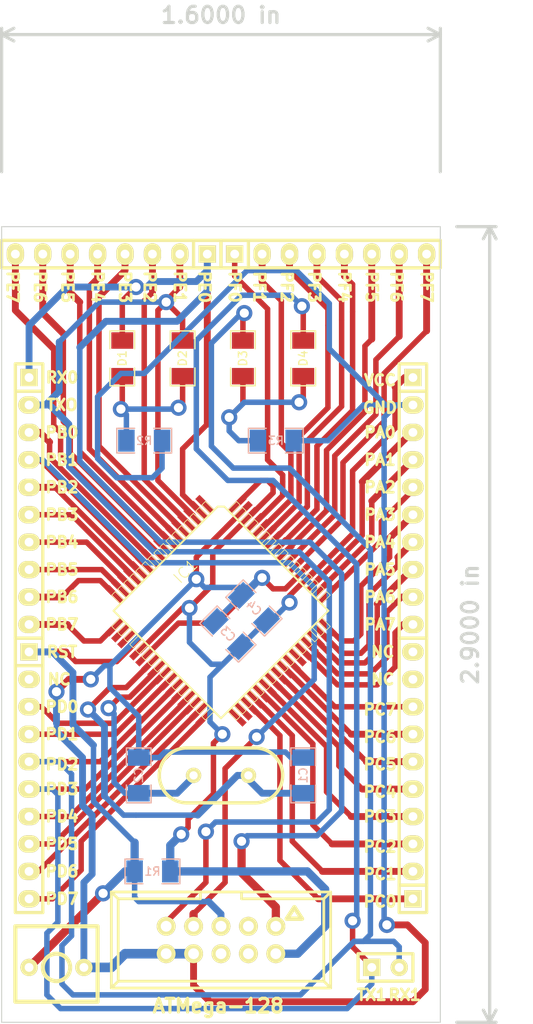
<source format=kicad_pcb>
(kicad_pcb (version 3) (host pcbnew "(2013-07-07 BZR 4022)-stable")

  (general
    (links 91)
    (no_connects 0)
    (area 154.377572 37.790001 207.187715 132.130001)
    (thickness 1.6)
    (drawings 65)
    (tracks 573)
    (zones 0)
    (modules 22)
    (nets 56)
  )

  (page A3)
  (layers
    (15 F.Cu signal)
    (0 B.Cu signal)
    (16 B.Adhes user)
    (17 F.Adhes user)
    (18 B.Paste user)
    (19 F.Paste user)
    (20 B.SilkS user)
    (21 F.SilkS user)
    (22 B.Mask user)
    (23 F.Mask user)
    (24 Dwgs.User user)
    (25 Cmts.User user)
    (26 Eco1.User user)
    (27 Eco2.User user)
    (28 Edge.Cuts user)
  )

  (setup
    (last_trace_width 0.635)
    (user_trace_width 0.3048)
    (user_trace_width 0.381)
    (user_trace_width 0.508)
    (user_trace_width 0.635)
    (user_trace_width 0.762)
    (user_trace_width 0.889)
    (user_trace_width 1.016)
    (user_trace_width 1.143)
    (user_trace_width 1.27)
    (trace_clearance 0.1778)
    (zone_clearance 0.508)
    (zone_45_only no)
    (trace_min 0.254)
    (segment_width 0.2)
    (edge_width 0.1)
    (via_size 0.889)
    (via_drill 0.635)
    (via_min_size 0.889)
    (via_min_drill 0.508)
    (user_via 1.5 0.85)
    (uvia_size 0.508)
    (uvia_drill 0.127)
    (uvias_allowed no)
    (uvia_min_size 0.508)
    (uvia_min_drill 0.127)
    (pcb_text_width 0.3)
    (pcb_text_size 1.5 1.5)
    (mod_edge_width 0.15)
    (mod_text_size 1 1)
    (mod_text_width 0.15)
    (pad_size 1.6 1.6)
    (pad_drill 0.8128)
    (pad_to_mask_clearance 0)
    (aux_axis_origin 0 0)
    (visible_elements 7FFFFFFF)
    (pcbplotparams
      (layerselection 3178497)
      (usegerberextensions true)
      (excludeedgelayer true)
      (linewidth 0.150000)
      (plotframeref false)
      (viasonmask false)
      (mode 1)
      (useauxorigin false)
      (hpglpennumber 1)
      (hpglpenspeed 20)
      (hpglpendiameter 15)
      (hpglpenoverlay 2)
      (psnegative false)
      (psa4output false)
      (plotreference true)
      (plotvalue true)
      (plotothertext true)
      (plotinvisibletext false)
      (padsonsilk false)
      (subtractmaskfromsilk false)
      (outputformat 1)
      (mirror false)
      (drillshape 1)
      (scaleselection 1)
      (outputdirectory ""))
  )

  (net 0 "")
  (net 1 /+5V)
  (net 2 /RST)
  (net 3 /RX0)
  (net 4 /RX1)
  (net 5 /SCK)
  (net 6 /TX0)
  (net 7 /TX1)
  (net 8 GND)
  (net 9 N-000001)
  (net 10 N-0000010)
  (net 11 N-0000011)
  (net 12 N-0000012)
  (net 13 N-0000013)
  (net 14 N-0000014)
  (net 15 N-0000015)
  (net 16 N-0000016)
  (net 17 N-0000017)
  (net 18 N-000002)
  (net 19 N-0000021)
  (net 20 N-0000023)
  (net 21 N-0000024)
  (net 22 N-0000025)
  (net 23 N-0000026)
  (net 24 N-0000027)
  (net 25 N-000003)
  (net 26 N-0000030)
  (net 27 N-0000031)
  (net 28 N-0000040)
  (net 29 N-0000041)
  (net 30 N-0000042)
  (net 31 N-0000043)
  (net 32 N-0000044)
  (net 33 N-0000045)
  (net 34 N-0000046)
  (net 35 N-0000047)
  (net 36 N-0000048)
  (net 37 N-0000049)
  (net 38 N-0000050)
  (net 39 N-0000051)
  (net 40 N-0000052)
  (net 41 N-0000053)
  (net 42 N-0000054)
  (net 43 N-0000055)
  (net 44 N-0000056)
  (net 45 N-0000057)
  (net 46 N-0000059)
  (net 47 N-000006)
  (net 48 N-0000060)
  (net 49 N-0000061)
  (net 50 N-0000062)
  (net 51 N-0000063)
  (net 52 N-0000064)
  (net 53 N-000007)
  (net 54 N-000008)
  (net 55 N-000009)

  (net_class Default "This is the default net class."
    (clearance 0.1778)
    (trace_width 0.254)
    (via_dia 0.889)
    (via_drill 0.635)
    (uvia_dia 0.508)
    (uvia_drill 0.127)
    (add_net "")
    (add_net /+5V)
    (add_net /RST)
    (add_net /RX0)
    (add_net /RX1)
    (add_net /SCK)
    (add_net /TX0)
    (add_net /TX1)
    (add_net GND)
    (add_net N-000001)
    (add_net N-0000010)
    (add_net N-0000011)
    (add_net N-0000012)
    (add_net N-0000013)
    (add_net N-0000014)
    (add_net N-0000015)
    (add_net N-0000016)
    (add_net N-0000017)
    (add_net N-000002)
    (add_net N-0000021)
    (add_net N-0000023)
    (add_net N-0000024)
    (add_net N-0000025)
    (add_net N-0000026)
    (add_net N-0000027)
    (add_net N-000003)
    (add_net N-0000030)
    (add_net N-0000031)
    (add_net N-0000040)
    (add_net N-0000041)
    (add_net N-0000042)
    (add_net N-0000043)
    (add_net N-0000044)
    (add_net N-0000045)
    (add_net N-0000046)
    (add_net N-0000047)
    (add_net N-0000048)
    (add_net N-0000049)
    (add_net N-0000050)
    (add_net N-0000051)
    (add_net N-0000052)
    (add_net N-0000053)
    (add_net N-0000054)
    (add_net N-0000055)
    (add_net N-0000056)
    (add_net N-0000057)
    (add_net N-0000059)
    (add_net N-000006)
    (add_net N-0000060)
    (add_net N-0000061)
    (add_net N-0000062)
    (add_net N-0000063)
    (add_net N-0000064)
    (add_net N-000007)
    (add_net N-000008)
    (add_net N-000009)
  )

  (module TQFP64_atmega128_XL1 (layer F.Cu) (tedit 55546A61) (tstamp 55544ABC)
    (at 175.26 93.98 315)
    (descr "THIN PLASIC QUAD FLAT PACKAGE")
    (tags "THIN PLASIC QUAD FLAT PACKAGE")
    (path /5553099A)
    (attr smd)
    (fp_text reference IC1 (at -4.90982 -0.26416 405) (layer F.SilkS)
      (effects (font (size 1.016 1.016) (thickness 0.0889)))
    )
    (fp_text value ATMEGA128-A (at 0.508 1.397 405) (layer F.SilkS) hide
      (effects (font (size 1.016 1.016) (thickness 0.0889)))
    )
    (fp_line (start 7.0866 -0.1651) (end 8.1788 -0.1651) (layer F.SilkS) (width 0.06604))
    (fp_line (start 8.1788 -0.1651) (end 8.1788 -0.6223) (layer F.SilkS) (width 0.06604))
    (fp_line (start 7.0866 -0.6223) (end 8.1788 -0.6223) (layer F.SilkS) (width 0.06604))
    (fp_line (start 7.0866 -0.1651) (end 7.0866 -0.6223) (layer F.SilkS) (width 0.06604))
    (fp_line (start 7.0866 -0.9525) (end 8.1788 -0.9525) (layer F.SilkS) (width 0.06604))
    (fp_line (start 8.1788 -0.9525) (end 8.1788 -1.4097) (layer F.SilkS) (width 0.06604))
    (fp_line (start 7.0866 -1.4097) (end 8.1788 -1.4097) (layer F.SilkS) (width 0.06604))
    (fp_line (start 7.0866 -0.9525) (end 7.0866 -1.4097) (layer F.SilkS) (width 0.06604))
    (fp_line (start 7.0866 -1.7399) (end 8.1788 -1.7399) (layer F.SilkS) (width 0.06604))
    (fp_line (start 8.1788 -1.7399) (end 8.1788 -2.19456) (layer F.SilkS) (width 0.06604))
    (fp_line (start 7.0866 -2.19456) (end 8.1788 -2.19456) (layer F.SilkS) (width 0.06604))
    (fp_line (start 7.0866 -1.7399) (end 7.0866 -2.19456) (layer F.SilkS) (width 0.06604))
    (fp_line (start 7.0866 -2.5273) (end 8.1788 -2.5273) (layer F.SilkS) (width 0.06604))
    (fp_line (start 8.1788 -2.5273) (end 8.1788 -2.9845) (layer F.SilkS) (width 0.06604))
    (fp_line (start 7.0866 -2.9845) (end 8.1788 -2.9845) (layer F.SilkS) (width 0.06604))
    (fp_line (start 7.0866 -2.5273) (end 7.0866 -2.9845) (layer F.SilkS) (width 0.06604))
    (fp_line (start 7.0866 -3.3147) (end 8.1788 -3.3147) (layer F.SilkS) (width 0.06604))
    (fp_line (start 8.1788 -3.3147) (end 8.1788 -3.7719) (layer F.SilkS) (width 0.06604))
    (fp_line (start 7.0866 -3.7719) (end 8.1788 -3.7719) (layer F.SilkS) (width 0.06604))
    (fp_line (start 7.0866 -3.3147) (end 7.0866 -3.7719) (layer F.SilkS) (width 0.06604))
    (fp_line (start 7.0866 -4.1021) (end 8.1788 -4.1021) (layer F.SilkS) (width 0.06604))
    (fp_line (start 8.1788 -4.1021) (end 8.1788 -4.5593) (layer F.SilkS) (width 0.06604))
    (fp_line (start 7.0866 -4.5593) (end 8.1788 -4.5593) (layer F.SilkS) (width 0.06604))
    (fp_line (start 7.0866 -4.1021) (end 7.0866 -4.5593) (layer F.SilkS) (width 0.06604))
    (fp_line (start 7.0866 -4.8895) (end 8.1788 -4.8895) (layer F.SilkS) (width 0.06604))
    (fp_line (start 8.1788 -4.8895) (end 8.1788 -5.3467) (layer F.SilkS) (width 0.06604))
    (fp_line (start 7.0866 -5.3467) (end 8.1788 -5.3467) (layer F.SilkS) (width 0.06604))
    (fp_line (start 7.0866 -4.8895) (end 7.0866 -5.3467) (layer F.SilkS) (width 0.06604))
    (fp_line (start 7.0866 -5.6769) (end 8.1788 -5.6769) (layer F.SilkS) (width 0.06604))
    (fp_line (start 8.1788 -5.6769) (end 8.1788 -6.1341) (layer F.SilkS) (width 0.06604))
    (fp_line (start 7.0866 -6.1341) (end 8.1788 -6.1341) (layer F.SilkS) (width 0.06604))
    (fp_line (start 7.0866 -5.6769) (end 7.0866 -6.1341) (layer F.SilkS) (width 0.06604))
    (fp_line (start 7.0866 0.6223) (end 8.1788 0.6223) (layer F.SilkS) (width 0.06604))
    (fp_line (start 8.1788 0.6223) (end 8.1788 0.1651) (layer F.SilkS) (width 0.06604))
    (fp_line (start 7.0866 0.1651) (end 8.1788 0.1651) (layer F.SilkS) (width 0.06604))
    (fp_line (start 7.0866 0.6223) (end 7.0866 0.1651) (layer F.SilkS) (width 0.06604))
    (fp_line (start 7.0866 1.4097) (end 8.1788 1.4097) (layer F.SilkS) (width 0.06604))
    (fp_line (start 8.1788 1.4097) (end 8.1788 0.9525) (layer F.SilkS) (width 0.06604))
    (fp_line (start 7.0866 0.9525) (end 8.1788 0.9525) (layer F.SilkS) (width 0.06604))
    (fp_line (start 7.0866 1.4097) (end 7.0866 0.9525) (layer F.SilkS) (width 0.06604))
    (fp_line (start 7.0866 2.19456) (end 8.1788 2.19456) (layer F.SilkS) (width 0.06604))
    (fp_line (start 8.1788 2.19456) (end 8.1788 1.7399) (layer F.SilkS) (width 0.06604))
    (fp_line (start 7.0866 1.7399) (end 8.1788 1.7399) (layer F.SilkS) (width 0.06604))
    (fp_line (start 7.0866 2.19456) (end 7.0866 1.7399) (layer F.SilkS) (width 0.06604))
    (fp_line (start 7.0866 2.9845) (end 8.1788 2.9845) (layer F.SilkS) (width 0.06604))
    (fp_line (start 8.1788 2.9845) (end 8.1788 2.5273) (layer F.SilkS) (width 0.06604))
    (fp_line (start 7.0866 2.5273) (end 8.1788 2.5273) (layer F.SilkS) (width 0.06604))
    (fp_line (start 7.0866 2.9845) (end 7.0866 2.5273) (layer F.SilkS) (width 0.06604))
    (fp_line (start 7.0866 3.7719) (end 8.1788 3.7719) (layer F.SilkS) (width 0.06604))
    (fp_line (start 8.1788 3.7719) (end 8.1788 3.3147) (layer F.SilkS) (width 0.06604))
    (fp_line (start 7.0866 3.3147) (end 8.1788 3.3147) (layer F.SilkS) (width 0.06604))
    (fp_line (start 7.0866 3.7719) (end 7.0866 3.3147) (layer F.SilkS) (width 0.06604))
    (fp_line (start 7.0866 4.5593) (end 8.1788 4.5593) (layer F.SilkS) (width 0.06604))
    (fp_line (start 8.1788 4.5593) (end 8.1788 4.1021) (layer F.SilkS) (width 0.06604))
    (fp_line (start 7.0866 4.1021) (end 8.1788 4.1021) (layer F.SilkS) (width 0.06604))
    (fp_line (start 7.0866 4.5593) (end 7.0866 4.1021) (layer F.SilkS) (width 0.06604))
    (fp_line (start 7.0866 5.3467) (end 8.1788 5.3467) (layer F.SilkS) (width 0.06604))
    (fp_line (start 8.1788 5.3467) (end 8.1788 4.8895) (layer F.SilkS) (width 0.06604))
    (fp_line (start 7.0866 4.8895) (end 8.1788 4.8895) (layer F.SilkS) (width 0.06604))
    (fp_line (start 7.0866 5.3467) (end 7.0866 4.8895) (layer F.SilkS) (width 0.06604))
    (fp_line (start 7.0866 6.1341) (end 8.1788 6.1341) (layer F.SilkS) (width 0.06604))
    (fp_line (start 8.1788 6.1341) (end 8.1788 5.6769) (layer F.SilkS) (width 0.06604))
    (fp_line (start 7.0866 5.6769) (end 8.1788 5.6769) (layer F.SilkS) (width 0.06604))
    (fp_line (start 7.0866 6.1341) (end 7.0866 5.6769) (layer F.SilkS) (width 0.06604))
    (fp_line (start 0.1651 8.1788) (end 0.6223 8.1788) (layer F.SilkS) (width 0.06604))
    (fp_line (start 0.6223 8.1788) (end 0.6223 7.0866) (layer F.SilkS) (width 0.06604))
    (fp_line (start 0.1651 7.0866) (end 0.6223 7.0866) (layer F.SilkS) (width 0.06604))
    (fp_line (start 0.1651 8.1788) (end 0.1651 7.0866) (layer F.SilkS) (width 0.06604))
    (fp_line (start 0.9525 8.1788) (end 1.4097 8.1788) (layer F.SilkS) (width 0.06604))
    (fp_line (start 1.4097 8.1788) (end 1.4097 7.0866) (layer F.SilkS) (width 0.06604))
    (fp_line (start 0.9525 7.0866) (end 1.4097 7.0866) (layer F.SilkS) (width 0.06604))
    (fp_line (start 0.9525 8.1788) (end 0.9525 7.0866) (layer F.SilkS) (width 0.06604))
    (fp_line (start 1.7399 8.1788) (end 2.19456 8.1788) (layer F.SilkS) (width 0.06604))
    (fp_line (start 2.19456 8.1788) (end 2.19456 7.0866) (layer F.SilkS) (width 0.06604))
    (fp_line (start 1.7399 7.0866) (end 2.19456 7.0866) (layer F.SilkS) (width 0.06604))
    (fp_line (start 1.7399 8.1788) (end 1.7399 7.0866) (layer F.SilkS) (width 0.06604))
    (fp_line (start 2.5273 8.1788) (end 2.9845 8.1788) (layer F.SilkS) (width 0.06604))
    (fp_line (start 2.9845 8.1788) (end 2.9845 7.0866) (layer F.SilkS) (width 0.06604))
    (fp_line (start 2.5273 7.0866) (end 2.9845 7.0866) (layer F.SilkS) (width 0.06604))
    (fp_line (start 2.5273 8.1788) (end 2.5273 7.0866) (layer F.SilkS) (width 0.06604))
    (fp_line (start 3.3147 8.1788) (end 3.7719 8.1788) (layer F.SilkS) (width 0.06604))
    (fp_line (start 3.7719 8.1788) (end 3.7719 7.0866) (layer F.SilkS) (width 0.06604))
    (fp_line (start 3.3147 7.0866) (end 3.7719 7.0866) (layer F.SilkS) (width 0.06604))
    (fp_line (start 3.3147 8.1788) (end 3.3147 7.0866) (layer F.SilkS) (width 0.06604))
    (fp_line (start 4.1021 8.1788) (end 4.5593 8.1788) (layer F.SilkS) (width 0.06604))
    (fp_line (start 4.5593 8.1788) (end 4.5593 7.0866) (layer F.SilkS) (width 0.06604))
    (fp_line (start 4.1021 7.0866) (end 4.5593 7.0866) (layer F.SilkS) (width 0.06604))
    (fp_line (start 4.1021 8.1788) (end 4.1021 7.0866) (layer F.SilkS) (width 0.06604))
    (fp_line (start 4.8895 8.1788) (end 5.3467 8.1788) (layer F.SilkS) (width 0.06604))
    (fp_line (start 5.3467 8.1788) (end 5.3467 7.0866) (layer F.SilkS) (width 0.06604))
    (fp_line (start 4.8895 7.0866) (end 5.3467 7.0866) (layer F.SilkS) (width 0.06604))
    (fp_line (start 4.8895 8.1788) (end 4.8895 7.0866) (layer F.SilkS) (width 0.06604))
    (fp_line (start 5.6769 8.1788) (end 6.1341 8.1788) (layer F.SilkS) (width 0.06604))
    (fp_line (start 6.1341 8.1788) (end 6.1341 7.0866) (layer F.SilkS) (width 0.06604))
    (fp_line (start 5.6769 7.0866) (end 6.1341 7.0866) (layer F.SilkS) (width 0.06604))
    (fp_line (start 5.6769 8.1788) (end 5.6769 7.0866) (layer F.SilkS) (width 0.06604))
    (fp_line (start -0.6223 8.1788) (end -0.1651 8.1788) (layer F.SilkS) (width 0.06604))
    (fp_line (start -0.1651 8.1788) (end -0.1651 7.0866) (layer F.SilkS) (width 0.06604))
    (fp_line (start -0.6223 7.0866) (end -0.1651 7.0866) (layer F.SilkS) (width 0.06604))
    (fp_line (start -0.6223 8.1788) (end -0.6223 7.0866) (layer F.SilkS) (width 0.06604))
    (fp_line (start -1.4097 8.1788) (end -0.9525 8.1788) (layer F.SilkS) (width 0.06604))
    (fp_line (start -0.9525 8.1788) (end -0.9525 7.0866) (layer F.SilkS) (width 0.06604))
    (fp_line (start -1.4097 7.0866) (end -0.9525 7.0866) (layer F.SilkS) (width 0.06604))
    (fp_line (start -1.4097 8.1788) (end -1.4097 7.0866) (layer F.SilkS) (width 0.06604))
    (fp_line (start -2.19456 8.1788) (end -1.7399 8.1788) (layer F.SilkS) (width 0.06604))
    (fp_line (start -1.7399 8.1788) (end -1.7399 7.0866) (layer F.SilkS) (width 0.06604))
    (fp_line (start -2.19456 7.0866) (end -1.7399 7.0866) (layer F.SilkS) (width 0.06604))
    (fp_line (start -2.19456 8.1788) (end -2.19456 7.0866) (layer F.SilkS) (width 0.06604))
    (fp_line (start -2.9845 8.1788) (end -2.5273 8.1788) (layer F.SilkS) (width 0.06604))
    (fp_line (start -2.5273 8.1788) (end -2.5273 7.0866) (layer F.SilkS) (width 0.06604))
    (fp_line (start -2.9845 7.0866) (end -2.5273 7.0866) (layer F.SilkS) (width 0.06604))
    (fp_line (start -2.9845 8.1788) (end -2.9845 7.0866) (layer F.SilkS) (width 0.06604))
    (fp_line (start -3.7719 8.1788) (end -3.3147 8.1788) (layer F.SilkS) (width 0.06604))
    (fp_line (start -3.3147 8.1788) (end -3.3147 7.0866) (layer F.SilkS) (width 0.06604))
    (fp_line (start -3.7719 7.0866) (end -3.3147 7.0866) (layer F.SilkS) (width 0.06604))
    (fp_line (start -3.7719 8.1788) (end -3.7719 7.0866) (layer F.SilkS) (width 0.06604))
    (fp_line (start -4.5593 8.1788) (end -4.1021 8.1788) (layer F.SilkS) (width 0.06604))
    (fp_line (start -4.1021 8.1788) (end -4.1021 7.0866) (layer F.SilkS) (width 0.06604))
    (fp_line (start -4.5593 7.0866) (end -4.1021 7.0866) (layer F.SilkS) (width 0.06604))
    (fp_line (start -4.5593 8.1788) (end -4.5593 7.0866) (layer F.SilkS) (width 0.06604))
    (fp_line (start -5.3467 8.1788) (end -4.8895 8.1788) (layer F.SilkS) (width 0.06604))
    (fp_line (start -4.8895 8.1788) (end -4.8895 7.0866) (layer F.SilkS) (width 0.06604))
    (fp_line (start -5.3467 7.0866) (end -4.8895 7.0866) (layer F.SilkS) (width 0.06604))
    (fp_line (start -5.3467 8.1788) (end -5.3467 7.0866) (layer F.SilkS) (width 0.06604))
    (fp_line (start -6.1341 8.1788) (end -5.6769 8.1788) (layer F.SilkS) (width 0.06604))
    (fp_line (start -5.6769 8.1788) (end -5.6769 7.0866) (layer F.SilkS) (width 0.06604))
    (fp_line (start -6.1341 7.0866) (end -5.6769 7.0866) (layer F.SilkS) (width 0.06604))
    (fp_line (start -6.1341 8.1788) (end -6.1341 7.0866) (layer F.SilkS) (width 0.06604))
    (fp_line (start -8.1788 0.6223) (end -7.0866 0.6223) (layer F.SilkS) (width 0.06604))
    (fp_line (start -7.0866 0.6223) (end -7.0866 0.1651) (layer F.SilkS) (width 0.06604))
    (fp_line (start -8.1788 0.1651) (end -7.0866 0.1651) (layer F.SilkS) (width 0.06604))
    (fp_line (start -8.1788 0.6223) (end -8.1788 0.1651) (layer F.SilkS) (width 0.06604))
    (fp_line (start -8.1788 1.4097) (end -7.0866 1.4097) (layer F.SilkS) (width 0.06604))
    (fp_line (start -7.0866 1.4097) (end -7.0866 0.9525) (layer F.SilkS) (width 0.06604))
    (fp_line (start -8.1788 0.9525) (end -7.0866 0.9525) (layer F.SilkS) (width 0.06604))
    (fp_line (start -8.1788 1.4097) (end -8.1788 0.9525) (layer F.SilkS) (width 0.06604))
    (fp_line (start -8.1788 2.19456) (end -7.0866 2.19456) (layer F.SilkS) (width 0.06604))
    (fp_line (start -7.0866 2.19456) (end -7.0866 1.7399) (layer F.SilkS) (width 0.06604))
    (fp_line (start -8.1788 1.7399) (end -7.0866 1.7399) (layer F.SilkS) (width 0.06604))
    (fp_line (start -8.1788 2.19456) (end -8.1788 1.7399) (layer F.SilkS) (width 0.06604))
    (fp_line (start -8.1788 2.9845) (end -7.0866 2.9845) (layer F.SilkS) (width 0.06604))
    (fp_line (start -7.0866 2.9845) (end -7.0866 2.5273) (layer F.SilkS) (width 0.06604))
    (fp_line (start -8.1788 2.5273) (end -7.0866 2.5273) (layer F.SilkS) (width 0.06604))
    (fp_line (start -8.1788 2.9845) (end -8.1788 2.5273) (layer F.SilkS) (width 0.06604))
    (fp_line (start -8.1788 3.7719) (end -7.0866 3.7719) (layer F.SilkS) (width 0.06604))
    (fp_line (start -7.0866 3.7719) (end -7.0866 3.3147) (layer F.SilkS) (width 0.06604))
    (fp_line (start -8.1788 3.3147) (end -7.0866 3.3147) (layer F.SilkS) (width 0.06604))
    (fp_line (start -8.1788 3.7719) (end -8.1788 3.3147) (layer F.SilkS) (width 0.06604))
    (fp_line (start -8.1788 4.5593) (end -7.0866 4.5593) (layer F.SilkS) (width 0.06604))
    (fp_line (start -7.0866 4.5593) (end -7.0866 4.1021) (layer F.SilkS) (width 0.06604))
    (fp_line (start -8.1788 4.1021) (end -7.0866 4.1021) (layer F.SilkS) (width 0.06604))
    (fp_line (start -8.1788 4.5593) (end -8.1788 4.1021) (layer F.SilkS) (width 0.06604))
    (fp_line (start -8.1788 5.3467) (end -7.0866 5.3467) (layer F.SilkS) (width 0.06604))
    (fp_line (start -7.0866 5.3467) (end -7.0866 4.8895) (layer F.SilkS) (width 0.06604))
    (fp_line (start -8.1788 4.8895) (end -7.0866 4.8895) (layer F.SilkS) (width 0.06604))
    (fp_line (start -8.1788 5.3467) (end -8.1788 4.8895) (layer F.SilkS) (width 0.06604))
    (fp_line (start -8.1788 6.1341) (end -7.0866 6.1341) (layer F.SilkS) (width 0.06604))
    (fp_line (start -7.0866 6.1341) (end -7.0866 5.6769) (layer F.SilkS) (width 0.06604))
    (fp_line (start -8.1788 5.6769) (end -7.0866 5.6769) (layer F.SilkS) (width 0.06604))
    (fp_line (start -8.1788 6.1341) (end -8.1788 5.6769) (layer F.SilkS) (width 0.06604))
    (fp_line (start -8.1788 -0.1651) (end -7.0866 -0.1651) (layer F.SilkS) (width 0.06604))
    (fp_line (start -7.0866 -0.1651) (end -7.0866 -0.6223) (layer F.SilkS) (width 0.06604))
    (fp_line (start -8.1788 -0.6223) (end -7.0866 -0.6223) (layer F.SilkS) (width 0.06604))
    (fp_line (start -8.1788 -0.1651) (end -8.1788 -0.6223) (layer F.SilkS) (width 0.06604))
    (fp_line (start -8.1788 -0.9525) (end -7.0866 -0.9525) (layer F.SilkS) (width 0.06604))
    (fp_line (start -7.0866 -0.9525) (end -7.0866 -1.4097) (layer F.SilkS) (width 0.06604))
    (fp_line (start -8.1788 -1.4097) (end -7.0866 -1.4097) (layer F.SilkS) (width 0.06604))
    (fp_line (start -8.1788 -0.9525) (end -8.1788 -1.4097) (layer F.SilkS) (width 0.06604))
    (fp_line (start -8.1788 -1.7399) (end -7.0866 -1.7399) (layer F.SilkS) (width 0.06604))
    (fp_line (start -7.0866 -1.7399) (end -7.0866 -2.19456) (layer F.SilkS) (width 0.06604))
    (fp_line (start -8.1788 -2.19456) (end -7.0866 -2.19456) (layer F.SilkS) (width 0.06604))
    (fp_line (start -8.1788 -1.7399) (end -8.1788 -2.19456) (layer F.SilkS) (width 0.06604))
    (fp_line (start -8.1788 -2.5273) (end -7.0866 -2.5273) (layer F.SilkS) (width 0.06604))
    (fp_line (start -7.0866 -2.5273) (end -7.0866 -2.9845) (layer F.SilkS) (width 0.06604))
    (fp_line (start -8.1788 -2.9845) (end -7.0866 -2.9845) (layer F.SilkS) (width 0.06604))
    (fp_line (start -8.1788 -2.5273) (end -8.1788 -2.9845) (layer F.SilkS) (width 0.06604))
    (fp_line (start -8.1788 -3.3147) (end -7.0866 -3.3147) (layer F.SilkS) (width 0.06604))
    (fp_line (start -7.0866 -3.3147) (end -7.0866 -3.7719) (layer F.SilkS) (width 0.06604))
    (fp_line (start -8.1788 -3.7719) (end -7.0866 -3.7719) (layer F.SilkS) (width 0.06604))
    (fp_line (start -8.1788 -3.3147) (end -8.1788 -3.7719) (layer F.SilkS) (width 0.06604))
    (fp_line (start -8.1788 -4.1021) (end -7.0866 -4.1021) (layer F.SilkS) (width 0.06604))
    (fp_line (start -7.0866 -4.1021) (end -7.0866 -4.5593) (layer F.SilkS) (width 0.06604))
    (fp_line (start -8.1788 -4.5593) (end -7.0866 -4.5593) (layer F.SilkS) (width 0.06604))
    (fp_line (start -8.1788 -4.1021) (end -8.1788 -4.5593) (layer F.SilkS) (width 0.06604))
    (fp_line (start -8.1788 -4.8895) (end -7.0866 -4.8895) (layer F.SilkS) (width 0.06604))
    (fp_line (start -7.0866 -4.8895) (end -7.0866 -5.3467) (layer F.SilkS) (width 0.06604))
    (fp_line (start -8.1788 -5.3467) (end -7.0866 -5.3467) (layer F.SilkS) (width 0.06604))
    (fp_line (start -8.1788 -4.8895) (end -8.1788 -5.3467) (layer F.SilkS) (width 0.06604))
    (fp_line (start -8.1788 -5.6769) (end -7.0866 -5.6769) (layer F.SilkS) (width 0.06604))
    (fp_line (start -7.0866 -5.6769) (end -7.0866 -6.1341) (layer F.SilkS) (width 0.06604))
    (fp_line (start -8.1788 -6.1341) (end -7.0866 -6.1341) (layer F.SilkS) (width 0.06604))
    (fp_line (start -8.1788 -5.6769) (end -8.1788 -6.1341) (layer F.SilkS) (width 0.06604))
    (fp_line (start -0.6223 -7.0866) (end -0.1651 -7.0866) (layer F.SilkS) (width 0.06604))
    (fp_line (start -0.1651 -7.0866) (end -0.1651 -8.1788) (layer F.SilkS) (width 0.06604))
    (fp_line (start -0.6223 -8.1788) (end -0.1651 -8.1788) (layer F.SilkS) (width 0.06604))
    (fp_line (start -0.6223 -7.0866) (end -0.6223 -8.1788) (layer F.SilkS) (width 0.06604))
    (fp_line (start -1.4097 -7.0866) (end -0.9525 -7.0866) (layer F.SilkS) (width 0.06604))
    (fp_line (start -0.9525 -7.0866) (end -0.9525 -8.1788) (layer F.SilkS) (width 0.06604))
    (fp_line (start -1.4097 -8.1788) (end -0.9525 -8.1788) (layer F.SilkS) (width 0.06604))
    (fp_line (start -1.4097 -7.0866) (end -1.4097 -8.1788) (layer F.SilkS) (width 0.06604))
    (fp_line (start -2.19456 -7.0866) (end -1.7399 -7.0866) (layer F.SilkS) (width 0.06604))
    (fp_line (start -1.7399 -7.0866) (end -1.7399 -8.1788) (layer F.SilkS) (width 0.06604))
    (fp_line (start -2.19456 -8.1788) (end -1.7399 -8.1788) (layer F.SilkS) (width 0.06604))
    (fp_line (start -2.19456 -7.0866) (end -2.19456 -8.1788) (layer F.SilkS) (width 0.06604))
    (fp_line (start -2.9845 -7.0866) (end -2.5273 -7.0866) (layer F.SilkS) (width 0.06604))
    (fp_line (start -2.5273 -7.0866) (end -2.5273 -8.1788) (layer F.SilkS) (width 0.06604))
    (fp_line (start -2.9845 -8.1788) (end -2.5273 -8.1788) (layer F.SilkS) (width 0.06604))
    (fp_line (start -2.9845 -7.0866) (end -2.9845 -8.1788) (layer F.SilkS) (width 0.06604))
    (fp_line (start -3.7719 -7.0866) (end -3.3147 -7.0866) (layer F.SilkS) (width 0.06604))
    (fp_line (start -3.3147 -7.0866) (end -3.3147 -8.1788) (layer F.SilkS) (width 0.06604))
    (fp_line (start -3.7719 -8.1788) (end -3.3147 -8.1788) (layer F.SilkS) (width 0.06604))
    (fp_line (start -3.7719 -7.0866) (end -3.7719 -8.1788) (layer F.SilkS) (width 0.06604))
    (fp_line (start -4.5593 -7.0866) (end -4.1021 -7.0866) (layer F.SilkS) (width 0.06604))
    (fp_line (start -4.1021 -7.0866) (end -4.1021 -8.1788) (layer F.SilkS) (width 0.06604))
    (fp_line (start -4.5593 -8.1788) (end -4.1021 -8.1788) (layer F.SilkS) (width 0.06604))
    (fp_line (start -4.5593 -7.0866) (end -4.5593 -8.1788) (layer F.SilkS) (width 0.06604))
    (fp_line (start -5.3467 -7.0866) (end -4.8895 -7.0866) (layer F.SilkS) (width 0.06604))
    (fp_line (start -4.8895 -7.0866) (end -4.8895 -8.1788) (layer F.SilkS) (width 0.06604))
    (fp_line (start -5.3467 -8.1788) (end -4.8895 -8.1788) (layer F.SilkS) (width 0.06604))
    (fp_line (start -5.3467 -7.0866) (end -5.3467 -8.1788) (layer F.SilkS) (width 0.06604))
    (fp_line (start -6.1341 -7.0866) (end -5.6769 -7.0866) (layer F.SilkS) (width 0.06604))
    (fp_line (start -5.6769 -7.0866) (end -5.6769 -8.1788) (layer F.SilkS) (width 0.06604))
    (fp_line (start -6.1341 -8.1788) (end -5.6769 -8.1788) (layer F.SilkS) (width 0.06604))
    (fp_line (start -6.1341 -7.0866) (end -6.1341 -8.1788) (layer F.SilkS) (width 0.06604))
    (fp_line (start 0.1651 -7.0866) (end 0.6223 -7.0866) (layer F.SilkS) (width 0.06604))
    (fp_line (start 0.6223 -7.0866) (end 0.6223 -8.1788) (layer F.SilkS) (width 0.06604))
    (fp_line (start 0.1651 -8.1788) (end 0.6223 -8.1788) (layer F.SilkS) (width 0.06604))
    (fp_line (start 0.1651 -7.0866) (end 0.1651 -8.1788) (layer F.SilkS) (width 0.06604))
    (fp_line (start 0.9525 -7.0866) (end 1.4097 -7.0866) (layer F.SilkS) (width 0.06604))
    (fp_line (start 1.4097 -7.0866) (end 1.4097 -8.1788) (layer F.SilkS) (width 0.06604))
    (fp_line (start 0.9525 -8.1788) (end 1.4097 -8.1788) (layer F.SilkS) (width 0.06604))
    (fp_line (start 0.9525 -7.0866) (end 0.9525 -8.1788) (layer F.SilkS) (width 0.06604))
    (fp_line (start 1.7399 -7.0866) (end 2.19456 -7.0866) (layer F.SilkS) (width 0.06604))
    (fp_line (start 2.19456 -7.0866) (end 2.19456 -8.1788) (layer F.SilkS) (width 0.06604))
    (fp_line (start 1.7399 -8.1788) (end 2.19456 -8.1788) (layer F.SilkS) (width 0.06604))
    (fp_line (start 1.7399 -7.0866) (end 1.7399 -8.1788) (layer F.SilkS) (width 0.06604))
    (fp_line (start 2.5273 -7.0866) (end 2.9845 -7.0866) (layer F.SilkS) (width 0.06604))
    (fp_line (start 2.9845 -7.0866) (end 2.9845 -8.1788) (layer F.SilkS) (width 0.06604))
    (fp_line (start 2.5273 -8.1788) (end 2.9845 -8.1788) (layer F.SilkS) (width 0.06604))
    (fp_line (start 2.5273 -7.0866) (end 2.5273 -8.1788) (layer F.SilkS) (width 0.06604))
    (fp_line (start 3.3147 -7.0866) (end 3.7719 -7.0866) (layer F.SilkS) (width 0.06604))
    (fp_line (start 3.7719 -7.0866) (end 3.7719 -8.1788) (layer F.SilkS) (width 0.06604))
    (fp_line (start 3.3147 -8.1788) (end 3.7719 -8.1788) (layer F.SilkS) (width 0.06604))
    (fp_line (start 3.3147 -7.0866) (end 3.3147 -8.1788) (layer F.SilkS) (width 0.06604))
    (fp_line (start 4.1021 -7.0866) (end 4.5593 -7.0866) (layer F.SilkS) (width 0.06604))
    (fp_line (start 4.5593 -7.0866) (end 4.5593 -8.1788) (layer F.SilkS) (width 0.06604))
    (fp_line (start 4.1021 -8.1788) (end 4.5593 -8.1788) (layer F.SilkS) (width 0.06604))
    (fp_line (start 4.1021 -7.0866) (end 4.1021 -8.1788) (layer F.SilkS) (width 0.06604))
    (fp_line (start 4.8895 -7.0866) (end 5.3467 -7.0866) (layer F.SilkS) (width 0.06604))
    (fp_line (start 5.3467 -7.0866) (end 5.3467 -8.1788) (layer F.SilkS) (width 0.06604))
    (fp_line (start 4.8895 -8.1788) (end 5.3467 -8.1788) (layer F.SilkS) (width 0.06604))
    (fp_line (start 4.8895 -7.0866) (end 4.8895 -8.1788) (layer F.SilkS) (width 0.06604))
    (fp_line (start 5.6769 -7.0866) (end 6.1341 -7.0866) (layer F.SilkS) (width 0.06604))
    (fp_line (start 6.1341 -7.0866) (end 6.1341 -8.1788) (layer F.SilkS) (width 0.06604))
    (fp_line (start 5.6769 -8.1788) (end 6.1341 -8.1788) (layer F.SilkS) (width 0.06604))
    (fp_line (start 5.6769 -7.0866) (end 5.6769 -8.1788) (layer F.SilkS) (width 0.06604))
    (fp_line (start 7.0358 -7.0358) (end 7.0358 7.0358) (layer F.SilkS) (width 0.1778))
    (fp_line (start 7.0358 7.0358) (end -7.0358 7.0358) (layer F.SilkS) (width 0.1778))
    (fp_line (start -7.0358 7.0358) (end -7.0358 -6.604) (layer F.SilkS) (width 0.1778))
    (fp_line (start -6.604 -7.0358) (end 7.0358 -7.0358) (layer F.SilkS) (width 0.1778))
    (fp_line (start -7.0358 -6.604) (end -6.604 -7.0358) (layer F.SilkS) (width 0.1778))
    (fp_circle (center -5.90296 -5.90296) (end -6.04266 -6.04266) (layer F.SilkS) (width 0.00254))
    (pad 1 smd rect (at -8 -5.9055 315) (size 2 0.5588)
      (layers F.Cu F.Paste F.Mask)
    )
    (pad 2 smd rect (at -8 -5.1181 315) (size 2 0.5588)
      (layers F.Cu F.Paste F.Mask)
      (net 3 /RX0)
    )
    (pad 3 smd rect (at -8 -4.3307 315) (size 2 0.5588)
      (layers F.Cu F.Paste F.Mask)
      (net 6 /TX0)
    )
    (pad 4 smd rect (at -8 -3.5433 315) (size 2 0.5588)
      (layers F.Cu F.Paste F.Mask)
      (net 43 N-0000055)
    )
    (pad 5 smd rect (at -8 -2.7559 315) (size 2 0.5588)
      (layers F.Cu F.Paste F.Mask)
      (net 42 N-0000054)
    )
    (pad 6 smd rect (at -8 -1.9685 315) (size 2 0.5588)
      (layers F.Cu F.Paste F.Mask)
      (net 41 N-0000053)
    )
    (pad 7 smd rect (at -8 -1.1811 315) (size 2 0.5588)
      (layers F.Cu F.Paste F.Mask)
      (net 40 N-0000052)
    )
    (pad 8 smd rect (at -8 -0.3937 315) (size 2 0.5588)
      (layers F.Cu F.Paste F.Mask)
      (net 39 N-0000051)
    )
    (pad 9 smd rect (at -8 0.3937 315) (size 2 0.5588)
      (layers F.Cu F.Paste F.Mask)
      (net 38 N-0000050)
    )
    (pad 10 smd rect (at -8 1.1811 315) (size 2 0.5588)
      (layers F.Cu F.Paste F.Mask)
      (net 55 N-000009)
    )
    (pad 11 smd rect (at -8 1.9685 315) (size 2 0.5588)
      (layers F.Cu F.Paste F.Mask)
      (net 5 /SCK)
    )
    (pad 12 smd rect (at -8 2.7559 315) (size 2 0.5588)
      (layers F.Cu F.Paste F.Mask)
      (net 20 N-0000023)
    )
    (pad 13 smd rect (at -8 3.5433 315) (size 2 0.5588)
      (layers F.Cu F.Paste F.Mask)
      (net 21 N-0000024)
    )
    (pad 14 smd rect (at -8 4.3307 315) (size 2 0.5588)
      (layers F.Cu F.Paste F.Mask)
      (net 22 N-0000025)
    )
    (pad 15 smd rect (at -8 5.1181 315) (size 2 0.5588)
      (layers F.Cu F.Paste F.Mask)
      (net 19 N-0000021)
    )
    (pad 16 smd rect (at -8 5.9055 315) (size 2 0.5588)
      (layers F.Cu F.Paste F.Mask)
      (net 23 N-0000026)
    )
    (pad 17 smd rect (at -5.9055 8 315) (size 0.5588 2)
      (layers F.Cu F.Paste F.Mask)
      (net 24 N-0000027)
    )
    (pad 18 smd rect (at -5.1181 8 315) (size 0.5588 2)
      (layers F.Cu F.Paste F.Mask)
    )
    (pad 19 smd rect (at -4.3307 8 315) (size 0.5588 2)
      (layers F.Cu F.Paste F.Mask)
    )
    (pad 20 smd rect (at -3.5433 8 315) (size 0.5588 2)
      (layers F.Cu F.Paste F.Mask)
      (net 2 /RST)
    )
    (pad 21 smd rect (at -2.7559 8 315) (size 0.5588 2)
      (layers F.Cu F.Paste F.Mask)
      (net 1 /+5V)
    )
    (pad 22 smd rect (at -1.9685 8 315) (size 0.5588 2)
      (layers F.Cu F.Paste F.Mask)
      (net 8 GND)
    )
    (pad 23 smd rect (at -1.1811 8 315) (size 0.5588 2)
      (layers F.Cu F.Paste F.Mask)
      (net 46 N-0000059)
    )
    (pad 24 smd rect (at -0.3937 8 315) (size 0.5588 2)
      (layers F.Cu F.Paste F.Mask)
      (net 48 N-0000060)
    )
    (pad 25 smd rect (at 0.3937 8 315) (size 0.5588 2)
      (layers F.Cu F.Paste F.Mask)
      (net 16 N-0000016)
    )
    (pad 26 smd rect (at 1.1811 8 315) (size 0.5588 2)
      (layers F.Cu F.Paste F.Mask)
      (net 15 N-0000015)
    )
    (pad 27 smd rect (at 1.9685 8 315) (size 0.5588 2)
      (layers F.Cu F.Paste F.Mask)
      (net 4 /RX1)
    )
    (pad 28 smd rect (at 2.7559 8 315) (size 0.5588 2)
      (layers F.Cu F.Paste F.Mask)
      (net 7 /TX1)
    )
    (pad 29 smd rect (at 3.5433 8 315) (size 0.5588 2)
      (layers F.Cu F.Paste F.Mask)
      (net 12 N-0000012)
    )
    (pad 30 smd rect (at 4.3307 8 315) (size 0.5588 2)
      (layers F.Cu F.Paste F.Mask)
      (net 14 N-0000014)
    )
    (pad 31 smd rect (at 5.1181 8 315) (size 0.5588 2)
      (layers F.Cu F.Paste F.Mask)
      (net 13 N-0000013)
    )
    (pad 32 smd rect (at 5.9055 8 315) (size 0.5588 2)
      (layers F.Cu F.Paste F.Mask)
      (net 17 N-0000017)
    )
    (pad 33 smd rect (at 8 5.9055 315) (size 2 0.5588)
      (layers F.Cu F.Paste F.Mask)
    )
    (pad 34 smd rect (at 8 5.1181 315) (size 2 0.5588)
      (layers F.Cu F.Paste F.Mask)
    )
    (pad 35 smd rect (at 8 4.3307 315) (size 2 0.5588)
      (layers F.Cu F.Paste F.Mask)
      (net 54 N-000008)
    )
    (pad 36 smd rect (at 8 3.5433 315) (size 2 0.5588)
      (layers F.Cu F.Paste F.Mask)
      (net 53 N-000007)
    )
    (pad 37 smd rect (at 8 2.7559 315) (size 2 0.5588)
      (layers F.Cu F.Paste F.Mask)
      (net 10 N-0000010)
    )
    (pad 38 smd rect (at 8 1.9685 315) (size 2 0.5588)
      (layers F.Cu F.Paste F.Mask)
      (net 47 N-000006)
    )
    (pad 39 smd rect (at 8 1.1811 315) (size 2 0.5588)
      (layers F.Cu F.Paste F.Mask)
      (net 11 N-0000011)
    )
    (pad 40 smd rect (at 8 0.3937 315) (size 2 0.5588)
      (layers F.Cu F.Paste F.Mask)
      (net 18 N-000002)
    )
    (pad 41 smd rect (at 8 -0.3937 315) (size 2 0.5588)
      (layers F.Cu F.Paste F.Mask)
      (net 25 N-000003)
    )
    (pad 42 smd rect (at 8 -1.1811 315) (size 2 0.5588)
      (layers F.Cu F.Paste F.Mask)
      (net 9 N-000001)
    )
    (pad 43 smd rect (at 8 -1.9685 315) (size 2 0.5588)
      (layers F.Cu F.Paste F.Mask)
    )
    (pad 44 smd rect (at 8 -2.7559 315) (size 2 0.5588)
      (layers F.Cu F.Paste F.Mask)
      (net 31 N-0000043)
    )
    (pad 45 smd rect (at 8 -3.5433 315) (size 2 0.5588)
      (layers F.Cu F.Paste F.Mask)
      (net 30 N-0000042)
    )
    (pad 46 smd rect (at 8 -4.3307 315) (size 2 0.5588)
      (layers F.Cu F.Paste F.Mask)
      (net 29 N-0000041)
    )
    (pad 47 smd rect (at 8 -5.1181 315) (size 2 0.5588)
      (layers F.Cu F.Paste F.Mask)
      (net 28 N-0000040)
    )
    (pad 48 smd rect (at 8 -5.9055 315) (size 2 0.5588)
      (layers F.Cu F.Paste F.Mask)
      (net 35 N-0000047)
    )
    (pad 49 smd rect (at 5.9055 -8 315) (size 0.5588 2)
      (layers F.Cu F.Paste F.Mask)
      (net 34 N-0000046)
    )
    (pad 50 smd rect (at 5.1181 -8 315) (size 0.5588 2)
      (layers F.Cu F.Paste F.Mask)
      (net 33 N-0000045)
    )
    (pad 51 smd rect (at 4.3307 -8 315) (size 0.5588 2)
      (layers F.Cu F.Paste F.Mask)
      (net 32 N-0000044)
    )
    (pad 52 smd rect (at 3.5433 -8 315) (size 0.5588 2)
      (layers F.Cu F.Paste F.Mask)
      (net 1 /+5V)
    )
    (pad 53 smd rect (at 2.7559 -8 315) (size 0.5588 2)
      (layers F.Cu F.Paste F.Mask)
      (net 8 GND)
    )
    (pad 54 smd rect (at 1.9685 -8 315) (size 0.5588 2)
      (layers F.Cu F.Paste F.Mask)
      (net 45 N-0000057)
    )
    (pad 55 smd rect (at 1.1811 -8 315) (size 0.5588 2)
      (layers F.Cu F.Paste F.Mask)
      (net 44 N-0000056)
    )
    (pad 56 smd rect (at 0.3937 -8 315) (size 0.5588 2)
      (layers F.Cu F.Paste F.Mask)
      (net 49 N-0000061)
    )
    (pad 57 smd rect (at -0.3937 -8 315) (size 0.5588 2)
      (layers F.Cu F.Paste F.Mask)
      (net 50 N-0000062)
    )
    (pad 58 smd rect (at -1.1811 -8 315) (size 0.5588 2)
      (layers F.Cu F.Paste F.Mask)
      (net 51 N-0000063)
    )
    (pad 59 smd rect (at -1.9685 -8 315) (size 0.5588 2)
      (layers F.Cu F.Paste F.Mask)
      (net 52 N-0000064)
    )
    (pad 60 smd rect (at -2.7559 -8 315) (size 0.5588 2)
      (layers F.Cu F.Paste F.Mask)
      (net 37 N-0000049)
    )
    (pad 61 smd rect (at -3.5433 -8 315) (size 0.5588 2)
      (layers F.Cu F.Paste F.Mask)
      (net 36 N-0000048)
    )
    (pad 62 smd rect (at -4.3307 -8 315) (size 0.5588 2)
      (layers F.Cu F.Paste F.Mask)
      (net 1 /+5V)
    )
    (pad 63 smd rect (at -5.1181 -8 315) (size 0.5588 2)
      (layers F.Cu F.Paste F.Mask)
      (net 8 GND)
    )
    (pad 64 smd rect (at -5.9055 -8 315) (size 0.5588 2)
      (layers F.Cu F.Paste F.Mask)
      (net 1 /+5V)
    )
  )

  (module VASCH5x2 (layer F.Cu) (tedit 555F1F52) (tstamp 55544850)
    (at 175.26 124.46 180)
    (descr CONNECTOR)
    (tags CONNECTOR)
    (path /55530B49)
    (attr virtual)
    (fp_text reference P8 (at -8.89 -5.08 180) (layer F.SilkS) hide
      (effects (font (size 1.778 1.778) (thickness 0.0889)))
    )
    (fp_text value CONN_5X2 (at 1.27 6.35 180) (layer F.SilkS) hide
      (effects (font (size 1.778 1.778) (thickness 0.0889)))
    )
    (fp_line (start -9.525 -3.81) (end -10.16 -4.445) (layer F.SilkS) (width 0.254))
    (fp_line (start -9.525 3.81) (end -10.16 4.445) (layer F.SilkS) (width 0.254))
    (fp_line (start 9.525 3.81) (end 10.16 4.445) (layer F.SilkS) (width 0.254))
    (fp_line (start 9.525 -3.81) (end 10.16 -4.445) (layer F.SilkS) (width 0.254))
    (fp_line (start 1.905 4.445) (end 1.905 3.81) (layer F.SilkS) (width 0.254))
    (fp_line (start 1.905 3.81) (end 9.525 3.81) (layer F.SilkS) (width 0.254))
    (fp_line (start 9.525 3.81) (end 9.525 -3.81) (layer F.SilkS) (width 0.254))
    (fp_line (start 9.525 -3.81) (end -9.525 -3.81) (layer F.SilkS) (width 0.254))
    (fp_line (start -9.525 -3.81) (end -9.525 3.81) (layer F.SilkS) (width 0.254))
    (fp_line (start -9.525 3.81) (end -1.905 3.81) (layer F.SilkS) (width 0.254))
    (fp_line (start -1.905 3.81) (end -1.905 4.445) (layer F.SilkS) (width 0.254))
    (fp_line (start -10.16 4.445) (end 10.16 4.445) (layer F.SilkS) (width 0.254))
    (fp_line (start 10.16 -4.445) (end -10.16 -4.445) (layer F.SilkS) (width 0.254))
    (fp_line (start -10.16 -4.445) (end -10.16 4.445) (layer F.SilkS) (width 0.254))
    (fp_line (start 10.16 -4.445) (end 10.16 4.445) (layer F.SilkS) (width 0.254))
    (fp_line (start -7.49808 1.9685) (end -6.79958 3.03784) (layer F.SilkS) (width 0.4064))
    (fp_line (start -6.79958 3.03784) (end -6.09854 1.9685) (layer F.SilkS) (width 0.4064))
    (fp_line (start -6.09854 1.9685) (end -7.49808 1.9685) (layer F.SilkS) (width 0.4064))
    (pad 1 thru_hole circle (at -5.08 1.27 180) (size 1.75 1.75) (drill 0.99822)
      (layers *.Cu *.Mask F.Paste F.SilkS)
      (net 3 /RX0)
    )
    (pad 2 thru_hole circle (at -5.08 -1.27 180) (size 1.75 1.75) (drill 0.99822)
      (layers *.Cu *.Mask F.Paste F.SilkS)
      (net 1 /+5V)
    )
    (pad 3 thru_hole circle (at -2.54 1.27 180) (size 1.75 1.75) (drill 0.99822)
      (layers *.Cu *.Mask F.Paste F.SilkS)
    )
    (pad 4 thru_hole circle (at -2.54 -1.27 180) (size 1.75 1.75) (drill 0.99822)
      (layers *.Cu *.Mask F.Paste F.SilkS)
    )
    (pad 5 thru_hole circle (at 0 1.27 180) (size 1.75 1.75) (drill 0.99822)
      (layers *.Cu *.Mask F.Paste F.SilkS)
      (net 2 /RST)
    )
    (pad 6 thru_hole circle (at 0 -1.27 180) (size 1.75 1.75) (drill 0.99822)
      (layers *.Cu *.Mask F.Paste F.SilkS)
    )
    (pad 7 thru_hole circle (at 2.54 1.27 180) (size 1.75 1.75) (drill 0.99822)
      (layers *.Cu *.Mask F.Paste F.SilkS)
      (net 5 /SCK)
    )
    (pad 8 thru_hole circle (at 2.54 -1.27 180) (size 1.75 1.75) (drill 0.99822)
      (layers *.Cu *.Mask F.Paste F.SilkS)
      (net 8 GND)
    )
    (pad 9 thru_hole circle (at 5.08 1.27 180) (size 1.75 1.75) (drill 0.99822)
      (layers *.Cu *.Mask F.Paste F.SilkS)
      (net 6 /TX0)
    )
    (pad 10 thru_hole circle (at 5.08 -1.27 180) (size 1.75 1.75) (drill 0.99822)
      (layers *.Cu *.Mask F.Paste F.SilkS)
      (net 8 GND)
    )
  )

  (module SW_PUSH_SMALL_2pin_xl (layer F.Cu) (tedit 555F2198) (tstamp 5554485C)
    (at 160.02 127)
    (path /5553090D)
    (fp_text reference SW1 (at -0.0254 -0.5588) (layer F.SilkS) hide
      (effects (font (size 1.016 1.016) (thickness 0.2032)))
    )
    (fp_text value rst (at -1.00076 1.00076) (layer F.SilkS) hide
      (effects (font (size 1.016 1.016) (thickness 0.2032)))
    )
    (fp_line (start 0 -3.81) (end 3.81 -3.81) (layer F.SilkS) (width 0.381))
    (fp_line (start 3.81 -3.81) (end 3.81 3.175) (layer F.SilkS) (width 0.381))
    (fp_line (start 3.81 3.175) (end -3.81 3.175) (layer F.SilkS) (width 0.381))
    (fp_line (start -3.81 3.175) (end -3.81 -3.81) (layer F.SilkS) (width 0.381))
    (fp_line (start -3.81 -3.81) (end 0 -3.81) (layer F.SilkS) (width 0.381))
    (fp_circle (center 0 0) (end 1.27 0) (layer F.SilkS) (width 0.381))
    (pad 1 thru_hole circle (at -2.54 0) (size 1.6 1.6) (drill 0.8128)
      (layers *.Cu *.Mask F.SilkS)
      (net 2 /RST)
    )
    (pad 2 thru_hole circle (at 2.54 0) (size 1.6 1.6) (drill 0.8128)
      (layers *.Cu *.Mask F.SilkS)
      (net 8 GND)
    )
  )

  (module SM1206 (layer B.Cu) (tedit 42806E24) (tstamp 55544868)
    (at 167.64 109.22 270)
    (path /555308FA)
    (attr smd)
    (fp_text reference C2 (at 0 0 270) (layer B.SilkS)
      (effects (font (size 0.762 0.762) (thickness 0.127)) (justify mirror))
    )
    (fp_text value 22PF (at 0 0 270) (layer B.SilkS) hide
      (effects (font (size 0.762 0.762) (thickness 0.127)) (justify mirror))
    )
    (fp_line (start -2.54 1.143) (end -2.54 -1.143) (layer B.SilkS) (width 0.127))
    (fp_line (start -2.54 -1.143) (end -0.889 -1.143) (layer B.SilkS) (width 0.127))
    (fp_line (start 0.889 1.143) (end 2.54 1.143) (layer B.SilkS) (width 0.127))
    (fp_line (start 2.54 1.143) (end 2.54 -1.143) (layer B.SilkS) (width 0.127))
    (fp_line (start 2.54 -1.143) (end 0.889 -1.143) (layer B.SilkS) (width 0.127))
    (fp_line (start -0.889 1.143) (end -2.54 1.143) (layer B.SilkS) (width 0.127))
    (pad 1 smd rect (at -1.651 0 270) (size 1.524 2.032)
      (layers B.Cu B.Paste B.Mask)
      (net 8 GND)
    )
    (pad 2 smd rect (at 1.651 0 270) (size 1.524 2.032)
      (layers B.Cu B.Paste B.Mask)
      (net 48 N-0000060)
    )
    (model smd/chip_cms.wrl
      (at (xyz 0 0 0))
      (scale (xyz 0.17 0.16 0.16))
      (rotate (xyz 0 0 0))
    )
  )

  (module SM1206 (layer B.Cu) (tedit 42806E24) (tstamp 55544874)
    (at 180.34 78.232)
    (path /55544664)
    (attr smd)
    (fp_text reference R3 (at 0 0) (layer B.SilkS)
      (effects (font (size 0.762 0.762) (thickness 0.127)) (justify mirror))
    )
    (fp_text value 470r (at 0 0) (layer B.SilkS) hide
      (effects (font (size 0.762 0.762) (thickness 0.127)) (justify mirror))
    )
    (fp_line (start -2.54 1.143) (end -2.54 -1.143) (layer B.SilkS) (width 0.127))
    (fp_line (start -2.54 -1.143) (end -0.889 -1.143) (layer B.SilkS) (width 0.127))
    (fp_line (start 0.889 1.143) (end 2.54 1.143) (layer B.SilkS) (width 0.127))
    (fp_line (start 2.54 1.143) (end 2.54 -1.143) (layer B.SilkS) (width 0.127))
    (fp_line (start 2.54 -1.143) (end 0.889 -1.143) (layer B.SilkS) (width 0.127))
    (fp_line (start -0.889 1.143) (end -2.54 1.143) (layer B.SilkS) (width 0.127))
    (pad 1 smd rect (at -1.651 0) (size 1.524 2.032)
      (layers B.Cu B.Paste B.Mask)
      (net 27 N-0000031)
    )
    (pad 2 smd rect (at 1.651 0) (size 1.524 2.032)
      (layers B.Cu B.Paste B.Mask)
      (net 8 GND)
    )
    (model smd/chip_cms.wrl
      (at (xyz 0 0 0))
      (scale (xyz 0.17 0.16 0.16))
      (rotate (xyz 0 0 0))
    )
  )

  (module SM1206 (layer F.Cu) (tedit 42806E24) (tstamp 55544880)
    (at 182.88 70.612 270)
    (path /5554465E)
    (attr smd)
    (fp_text reference D4 (at 0 0 270) (layer F.SilkS)
      (effects (font (size 0.762 0.762) (thickness 0.127)))
    )
    (fp_text value LED (at 0 0 270) (layer F.SilkS) hide
      (effects (font (size 0.762 0.762) (thickness 0.127)))
    )
    (fp_line (start -2.54 -1.143) (end -2.54 1.143) (layer F.SilkS) (width 0.127))
    (fp_line (start -2.54 1.143) (end -0.889 1.143) (layer F.SilkS) (width 0.127))
    (fp_line (start 0.889 -1.143) (end 2.54 -1.143) (layer F.SilkS) (width 0.127))
    (fp_line (start 2.54 -1.143) (end 2.54 1.143) (layer F.SilkS) (width 0.127))
    (fp_line (start 2.54 1.143) (end 0.889 1.143) (layer F.SilkS) (width 0.127))
    (fp_line (start -0.889 -1.143) (end -2.54 -1.143) (layer F.SilkS) (width 0.127))
    (pad 1 smd rect (at -1.651 0 270) (size 1.524 2.032)
      (layers F.Cu F.Paste F.Mask)
      (net 7 /TX1)
    )
    (pad 2 smd rect (at 1.651 0 270) (size 1.524 2.032)
      (layers F.Cu F.Paste F.Mask)
      (net 27 N-0000031)
    )
    (model smd/chip_cms.wrl
      (at (xyz 0 0 0))
      (scale (xyz 0.17 0.16 0.16))
      (rotate (xyz 0 0 0))
    )
  )

  (module SM1206 (layer F.Cu) (tedit 42806E24) (tstamp 5554488C)
    (at 177.292 70.612 270)
    (path /55544658)
    (attr smd)
    (fp_text reference D3 (at 0 0 270) (layer F.SilkS)
      (effects (font (size 0.762 0.762) (thickness 0.127)))
    )
    (fp_text value LED (at 0 0 270) (layer F.SilkS) hide
      (effects (font (size 0.762 0.762) (thickness 0.127)))
    )
    (fp_line (start -2.54 -1.143) (end -2.54 1.143) (layer F.SilkS) (width 0.127))
    (fp_line (start -2.54 1.143) (end -0.889 1.143) (layer F.SilkS) (width 0.127))
    (fp_line (start 0.889 -1.143) (end 2.54 -1.143) (layer F.SilkS) (width 0.127))
    (fp_line (start 2.54 -1.143) (end 2.54 1.143) (layer F.SilkS) (width 0.127))
    (fp_line (start 2.54 1.143) (end 0.889 1.143) (layer F.SilkS) (width 0.127))
    (fp_line (start -0.889 -1.143) (end -2.54 -1.143) (layer F.SilkS) (width 0.127))
    (pad 1 smd rect (at -1.651 0 270) (size 1.524 2.032)
      (layers F.Cu F.Paste F.Mask)
      (net 4 /RX1)
    )
    (pad 2 smd rect (at 1.651 0 270) (size 1.524 2.032)
      (layers F.Cu F.Paste F.Mask)
      (net 27 N-0000031)
    )
    (model smd/chip_cms.wrl
      (at (xyz 0 0 0))
      (scale (xyz 0.17 0.16 0.16))
      (rotate (xyz 0 0 0))
    )
  )

  (module SM1206 (layer B.Cu) (tedit 42806E24) (tstamp 55544898)
    (at 168.148 78.232)
    (path /555360A0)
    (attr smd)
    (fp_text reference R2 (at 0 0) (layer B.SilkS)
      (effects (font (size 0.762 0.762) (thickness 0.127)) (justify mirror))
    )
    (fp_text value 470r (at 0 0) (layer B.SilkS) hide
      (effects (font (size 0.762 0.762) (thickness 0.127)) (justify mirror))
    )
    (fp_line (start -2.54 1.143) (end -2.54 -1.143) (layer B.SilkS) (width 0.127))
    (fp_line (start -2.54 -1.143) (end -0.889 -1.143) (layer B.SilkS) (width 0.127))
    (fp_line (start 0.889 1.143) (end 2.54 1.143) (layer B.SilkS) (width 0.127))
    (fp_line (start 2.54 1.143) (end 2.54 -1.143) (layer B.SilkS) (width 0.127))
    (fp_line (start 2.54 -1.143) (end 0.889 -1.143) (layer B.SilkS) (width 0.127))
    (fp_line (start -0.889 1.143) (end -2.54 1.143) (layer B.SilkS) (width 0.127))
    (pad 1 smd rect (at -1.651 0) (size 1.524 2.032)
      (layers B.Cu B.Paste B.Mask)
      (net 26 N-0000030)
    )
    (pad 2 smd rect (at 1.651 0) (size 1.524 2.032)
      (layers B.Cu B.Paste B.Mask)
      (net 8 GND)
    )
    (model smd/chip_cms.wrl
      (at (xyz 0 0 0))
      (scale (xyz 0.17 0.16 0.16))
      (rotate (xyz 0 0 0))
    )
  )

  (module SM1206 (layer F.Cu) (tedit 42806E24) (tstamp 555448A4)
    (at 166.116 70.612 270)
    (path /55536098)
    (attr smd)
    (fp_text reference D1 (at 0 0 270) (layer F.SilkS)
      (effects (font (size 0.762 0.762) (thickness 0.127)))
    )
    (fp_text value LED (at 0 0 270) (layer F.SilkS) hide
      (effects (font (size 0.762 0.762) (thickness 0.127)))
    )
    (fp_line (start -2.54 -1.143) (end -2.54 1.143) (layer F.SilkS) (width 0.127))
    (fp_line (start -2.54 1.143) (end -0.889 1.143) (layer F.SilkS) (width 0.127))
    (fp_line (start 0.889 -1.143) (end 2.54 -1.143) (layer F.SilkS) (width 0.127))
    (fp_line (start 2.54 -1.143) (end 2.54 1.143) (layer F.SilkS) (width 0.127))
    (fp_line (start 2.54 1.143) (end 0.889 1.143) (layer F.SilkS) (width 0.127))
    (fp_line (start -0.889 -1.143) (end -2.54 -1.143) (layer F.SilkS) (width 0.127))
    (pad 1 smd rect (at -1.651 0 270) (size 1.524 2.032)
      (layers F.Cu F.Paste F.Mask)
      (net 3 /RX0)
    )
    (pad 2 smd rect (at 1.651 0 270) (size 1.524 2.032)
      (layers F.Cu F.Paste F.Mask)
      (net 26 N-0000030)
    )
    (model smd/chip_cms.wrl
      (at (xyz 0 0 0))
      (scale (xyz 0.17 0.16 0.16))
      (rotate (xyz 0 0 0))
    )
  )

  (module SM1206 (layer F.Cu) (tedit 42806E24) (tstamp 555448B0)
    (at 171.704 70.612 270)
    (path /5553608B)
    (attr smd)
    (fp_text reference D2 (at 0 0 270) (layer F.SilkS)
      (effects (font (size 0.762 0.762) (thickness 0.127)))
    )
    (fp_text value LED (at 0 0 270) (layer F.SilkS) hide
      (effects (font (size 0.762 0.762) (thickness 0.127)))
    )
    (fp_line (start -2.54 -1.143) (end -2.54 1.143) (layer F.SilkS) (width 0.127))
    (fp_line (start -2.54 1.143) (end -0.889 1.143) (layer F.SilkS) (width 0.127))
    (fp_line (start 0.889 -1.143) (end 2.54 -1.143) (layer F.SilkS) (width 0.127))
    (fp_line (start 2.54 -1.143) (end 2.54 1.143) (layer F.SilkS) (width 0.127))
    (fp_line (start 2.54 1.143) (end 0.889 1.143) (layer F.SilkS) (width 0.127))
    (fp_line (start -0.889 -1.143) (end -2.54 -1.143) (layer F.SilkS) (width 0.127))
    (pad 1 smd rect (at -1.651 0 270) (size 1.524 2.032)
      (layers F.Cu F.Paste F.Mask)
      (net 6 /TX0)
    )
    (pad 2 smd rect (at 1.651 0 270) (size 1.524 2.032)
      (layers F.Cu F.Paste F.Mask)
      (net 26 N-0000030)
    )
    (model smd/chip_cms.wrl
      (at (xyz 0 0 0))
      (scale (xyz 0.17 0.16 0.16))
      (rotate (xyz 0 0 0))
    )
  )

  (module SM1206 (layer B.Cu) (tedit 42806E24) (tstamp 555448BC)
    (at 178.308 93.726 135)
    (path /55530B6B)
    (attr smd)
    (fp_text reference C4 (at 0 0 135) (layer B.SilkS)
      (effects (font (size 0.762 0.762) (thickness 0.127)) (justify mirror))
    )
    (fp_text value 0.1uF (at 0 0 135) (layer B.SilkS) hide
      (effects (font (size 0.762 0.762) (thickness 0.127)) (justify mirror))
    )
    (fp_line (start -2.54 1.143) (end -2.54 -1.143) (layer B.SilkS) (width 0.127))
    (fp_line (start -2.54 -1.143) (end -0.889 -1.143) (layer B.SilkS) (width 0.127))
    (fp_line (start 0.889 1.143) (end 2.54 1.143) (layer B.SilkS) (width 0.127))
    (fp_line (start 2.54 1.143) (end 2.54 -1.143) (layer B.SilkS) (width 0.127))
    (fp_line (start 2.54 -1.143) (end 0.889 -1.143) (layer B.SilkS) (width 0.127))
    (fp_line (start -0.889 1.143) (end -2.54 1.143) (layer B.SilkS) (width 0.127))
    (pad 1 smd rect (at -1.651 0 135) (size 1.524 2.032)
      (layers B.Cu B.Paste B.Mask)
      (net 1 /+5V)
    )
    (pad 2 smd rect (at 1.651 0 135) (size 1.524 2.032)
      (layers B.Cu B.Paste B.Mask)
      (net 8 GND)
    )
    (model smd/chip_cms.wrl
      (at (xyz 0 0 0))
      (scale (xyz 0.17 0.16 0.16))
      (rotate (xyz 0 0 0))
    )
  )

  (module SM1206 (layer B.Cu) (tedit 42806E24) (tstamp 555448C8)
    (at 175.895 96.139 135)
    (path /55530B41)
    (attr smd)
    (fp_text reference C3 (at 0 0 135) (layer B.SilkS)
      (effects (font (size 0.762 0.762) (thickness 0.127)) (justify mirror))
    )
    (fp_text value 0.1uF (at 0 0 135) (layer B.SilkS) hide
      (effects (font (size 0.762 0.762) (thickness 0.127)) (justify mirror))
    )
    (fp_line (start -2.54 1.143) (end -2.54 -1.143) (layer B.SilkS) (width 0.127))
    (fp_line (start -2.54 -1.143) (end -0.889 -1.143) (layer B.SilkS) (width 0.127))
    (fp_line (start 0.889 1.143) (end 2.54 1.143) (layer B.SilkS) (width 0.127))
    (fp_line (start 2.54 1.143) (end 2.54 -1.143) (layer B.SilkS) (width 0.127))
    (fp_line (start 2.54 -1.143) (end 0.889 -1.143) (layer B.SilkS) (width 0.127))
    (fp_line (start -0.889 1.143) (end -2.54 1.143) (layer B.SilkS) (width 0.127))
    (pad 1 smd rect (at -1.651 0 135) (size 1.524 2.032)
      (layers B.Cu B.Paste B.Mask)
      (net 1 /+5V)
    )
    (pad 2 smd rect (at 1.651 0 135) (size 1.524 2.032)
      (layers B.Cu B.Paste B.Mask)
      (net 8 GND)
    )
    (model smd/chip_cms.wrl
      (at (xyz 0 0 0))
      (scale (xyz 0.17 0.16 0.16))
      (rotate (xyz 0 0 0))
    )
  )

  (module SM1206 (layer B.Cu) (tedit 42806E24) (tstamp 555448D4)
    (at 168.91 118.11)
    (path /5553091A)
    (attr smd)
    (fp_text reference R1 (at 0 0) (layer B.SilkS)
      (effects (font (size 0.762 0.762) (thickness 0.127)) (justify mirror))
    )
    (fp_text value 10K (at 0 0) (layer B.SilkS) hide
      (effects (font (size 0.762 0.762) (thickness 0.127)) (justify mirror))
    )
    (fp_line (start -2.54 1.143) (end -2.54 -1.143) (layer B.SilkS) (width 0.127))
    (fp_line (start -2.54 -1.143) (end -0.889 -1.143) (layer B.SilkS) (width 0.127))
    (fp_line (start 0.889 1.143) (end 2.54 1.143) (layer B.SilkS) (width 0.127))
    (fp_line (start 2.54 1.143) (end 2.54 -1.143) (layer B.SilkS) (width 0.127))
    (fp_line (start 2.54 -1.143) (end 0.889 -1.143) (layer B.SilkS) (width 0.127))
    (fp_line (start -0.889 1.143) (end -2.54 1.143) (layer B.SilkS) (width 0.127))
    (pad 1 smd rect (at -1.651 0) (size 1.524 2.032)
      (layers B.Cu B.Paste B.Mask)
      (net 2 /RST)
    )
    (pad 2 smd rect (at 1.651 0) (size 1.524 2.032)
      (layers B.Cu B.Paste B.Mask)
      (net 1 /+5V)
    )
    (model smd/chip_cms.wrl
      (at (xyz 0 0 0))
      (scale (xyz 0.17 0.16 0.16))
      (rotate (xyz 0 0 0))
    )
  )

  (module SM1206 (layer B.Cu) (tedit 42806E24) (tstamp 555448E0)
    (at 182.88 109.22 270)
    (path /55530900)
    (attr smd)
    (fp_text reference C1 (at 0 0 270) (layer B.SilkS)
      (effects (font (size 0.762 0.762) (thickness 0.127)) (justify mirror))
    )
    (fp_text value 22PF (at 0 0 270) (layer B.SilkS) hide
      (effects (font (size 0.762 0.762) (thickness 0.127)) (justify mirror))
    )
    (fp_line (start -2.54 1.143) (end -2.54 -1.143) (layer B.SilkS) (width 0.127))
    (fp_line (start -2.54 -1.143) (end -0.889 -1.143) (layer B.SilkS) (width 0.127))
    (fp_line (start 0.889 1.143) (end 2.54 1.143) (layer B.SilkS) (width 0.127))
    (fp_line (start 2.54 1.143) (end 2.54 -1.143) (layer B.SilkS) (width 0.127))
    (fp_line (start 2.54 -1.143) (end 0.889 -1.143) (layer B.SilkS) (width 0.127))
    (fp_line (start -0.889 1.143) (end -2.54 1.143) (layer B.SilkS) (width 0.127))
    (pad 1 smd rect (at -1.651 0 270) (size 1.524 2.032)
      (layers B.Cu B.Paste B.Mask)
      (net 8 GND)
    )
    (pad 2 smd rect (at 1.651 0 270) (size 1.524 2.032)
      (layers B.Cu B.Paste B.Mask)
      (net 46 N-0000059)
    )
    (model smd/chip_cms.wrl
      (at (xyz 0 0 0))
      (scale (xyz 0.17 0.16 0.16))
      (rotate (xyz 0 0 0))
    )
  )

  (module SIL-8 (layer F.Cu) (tedit 555F2111) (tstamp 555448F1)
    (at 165.1 60.96 180)
    (descr "Connecteur 8 pins")
    (tags "CONN DEV")
    (path /5553097E)
    (fp_text reference J2 (at -6.35 -2.54 180) (layer F.SilkS) hide
      (effects (font (size 1.72974 1.08712) (thickness 0.27178)))
    )
    (fp_text value SIL8 (at 5.08 -2.54 180) (layer F.SilkS) hide
      (effects (font (size 1.524 1.016) (thickness 0.254)))
    )
    (fp_line (start -10.16 -1.27) (end 10.16 -1.27) (layer F.SilkS) (width 0.3048))
    (fp_line (start 10.16 -1.27) (end 10.16 1.27) (layer F.SilkS) (width 0.3048))
    (fp_line (start 10.16 1.27) (end -10.16 1.27) (layer F.SilkS) (width 0.3048))
    (fp_line (start -10.16 1.27) (end -10.16 -1.27) (layer F.SilkS) (width 0.3048))
    (fp_line (start -7.62 1.27) (end -7.62 -1.27) (layer F.SilkS) (width 0.3048))
    (pad 1 thru_hole rect (at -8.89 0 180) (size 1.6 1.6) (drill 0.8128)
      (layers *.Cu *.Mask F.SilkS)
      (net 3 /RX0)
    )
    (pad 2 thru_hole oval (at -6.35 0 180) (size 1.6 2) (drill 0.8128)
      (layers *.Cu *.Mask F.SilkS)
      (net 6 /TX0)
    )
    (pad 3 thru_hole oval (at -3.81 0 180) (size 1.6 2) (drill 0.8128)
      (layers *.Cu *.Mask F.SilkS)
      (net 43 N-0000055)
    )
    (pad 4 thru_hole oval (at -1.27 0 180) (size 1.6 2) (drill 0.8128)
      (layers *.Cu *.Mask F.SilkS)
      (net 42 N-0000054)
    )
    (pad 5 thru_hole oval (at 1.27 0 180) (size 1.6 2) (drill 0.8128)
      (layers *.Cu *.Mask F.SilkS)
      (net 41 N-0000053)
    )
    (pad 6 thru_hole oval (at 3.81 0 180) (size 1.6 2) (drill 0.8128)
      (layers *.Cu *.Mask F.SilkS)
      (net 40 N-0000052)
    )
    (pad 7 thru_hole oval (at 6.35 0 180) (size 1.6 2) (drill 0.8128)
      (layers *.Cu *.Mask F.SilkS)
      (net 39 N-0000051)
    )
    (pad 8 thru_hole oval (at 8.89 0 180) (size 1.6 2) (drill 0.8128)
      (layers *.Cu *.Mask F.SilkS)
      (net 38 N-0000050)
    )
  )

  (module SIL-8 (layer F.Cu) (tedit 555F2114) (tstamp 55544902)
    (at 185.42 60.96)
    (descr "Connecteur 8 pins")
    (tags "CONN DEV")
    (path /55530978)
    (fp_text reference J1 (at -6.35 -2.54) (layer F.SilkS) hide
      (effects (font (size 1.72974 1.08712) (thickness 0.27178)))
    )
    (fp_text value SIL8 (at 5.08 -2.54) (layer F.SilkS) hide
      (effects (font (size 1.524 1.016) (thickness 0.254)))
    )
    (fp_line (start -10.16 -1.27) (end 10.16 -1.27) (layer F.SilkS) (width 0.3048))
    (fp_line (start 10.16 -1.27) (end 10.16 1.27) (layer F.SilkS) (width 0.3048))
    (fp_line (start 10.16 1.27) (end -10.16 1.27) (layer F.SilkS) (width 0.3048))
    (fp_line (start -10.16 1.27) (end -10.16 -1.27) (layer F.SilkS) (width 0.3048))
    (fp_line (start -7.62 1.27) (end -7.62 -1.27) (layer F.SilkS) (width 0.3048))
    (pad 1 thru_hole rect (at -8.89 0) (size 1.6 1.6) (drill 0.8128)
      (layers *.Cu *.Mask F.SilkS)
      (net 36 N-0000048)
    )
    (pad 2 thru_hole oval (at -6.35 0) (size 1.6 2) (drill 0.8128)
      (layers *.Cu *.Mask F.SilkS)
      (net 37 N-0000049)
    )
    (pad 3 thru_hole oval (at -3.81 0) (size 1.6 2) (drill 0.8128)
      (layers *.Cu *.Mask F.SilkS)
      (net 52 N-0000064)
    )
    (pad 4 thru_hole oval (at -1.27 0) (size 1.6 2) (drill 0.8128)
      (layers *.Cu *.Mask F.SilkS)
      (net 51 N-0000063)
    )
    (pad 5 thru_hole oval (at 1.27 0) (size 1.6 2) (drill 0.8128)
      (layers *.Cu *.Mask F.SilkS)
      (net 50 N-0000062)
    )
    (pad 6 thru_hole oval (at 3.81 0) (size 1.6 2) (drill 0.8128)
      (layers *.Cu *.Mask F.SilkS)
      (net 49 N-0000061)
    )
    (pad 7 thru_hole oval (at 6.35 0) (size 1.6 2) (drill 0.8128)
      (layers *.Cu *.Mask F.SilkS)
      (net 44 N-0000056)
    )
    (pad 8 thru_hole oval (at 8.89 0) (size 1.6 2) (drill 0.8128)
      (layers *.Cu *.Mask F.SilkS)
      (net 45 N-0000057)
    )
  )

  (module SIL-10 (layer F.Cu) (tedit 555F2120) (tstamp 55544915)
    (at 157.48 109.22 270)
    (descr "Connecteur 10 pins")
    (tags "CONN DEV")
    (path /55534E5C)
    (fp_text reference P2 (at -6.35 -2.54 270) (layer F.SilkS) hide
      (effects (font (size 1.72974 1.08712) (thickness 0.27178)))
    )
    (fp_text value CONN_10 (at 6.35 -2.54 270) (layer F.SilkS) hide
      (effects (font (size 1.524 1.016) (thickness 0.254)))
    )
    (fp_line (start -12.7 1.27) (end -12.7 -1.27) (layer F.SilkS) (width 0.3048))
    (fp_line (start -12.7 -1.27) (end 12.7 -1.27) (layer F.SilkS) (width 0.3048))
    (fp_line (start 12.7 -1.27) (end 12.7 1.27) (layer F.SilkS) (width 0.3048))
    (fp_line (start 12.7 1.27) (end -12.7 1.27) (layer F.SilkS) (width 0.3048))
    (fp_line (start -10.16 1.27) (end -10.16 -1.27) (layer F.SilkS) (width 0.3048))
    (pad 1 thru_hole rect (at -11.43 0 270) (size 1.6 1.6) (drill 0.8128)
      (layers *.Cu *.Mask F.SilkS)
      (net 2 /RST)
    )
    (pad 2 thru_hole oval (at -8.89 0 270) (size 1.6 2) (drill 0.8128)
      (layers *.Cu *.Mask F.SilkS)
    )
    (pad 3 thru_hole oval (at -6.35 0 270) (size 1.6 2) (drill 0.8128)
      (layers *.Cu *.Mask F.SilkS)
      (net 16 N-0000016)
    )
    (pad 4 thru_hole oval (at -3.81 0 270) (size 1.6 2) (drill 0.8128)
      (layers *.Cu *.Mask F.SilkS)
      (net 15 N-0000015)
    )
    (pad 5 thru_hole oval (at -1.27 0 270) (size 1.6 2) (drill 0.8128)
      (layers *.Cu *.Mask F.SilkS)
      (net 4 /RX1)
    )
    (pad 6 thru_hole oval (at 1.27 0 270) (size 1.6 2) (drill 0.8128)
      (layers *.Cu *.Mask F.SilkS)
      (net 7 /TX1)
    )
    (pad 7 thru_hole oval (at 3.81 0 270) (size 1.6 2) (drill 0.8128)
      (layers *.Cu *.Mask F.SilkS)
      (net 12 N-0000012)
    )
    (pad 8 thru_hole oval (at 6.35 0 270) (size 1.6 2) (drill 0.8128)
      (layers *.Cu *.Mask F.SilkS)
      (net 14 N-0000014)
    )
    (pad 9 thru_hole oval (at 8.89 0 270) (size 1.6 2) (drill 0.8128)
      (layers *.Cu *.Mask F.SilkS)
      (net 13 N-0000013)
    )
    (pad 10 thru_hole oval (at 11.43 0 270) (size 1.6 2) (drill 0.8128)
      (layers *.Cu *.Mask F.SilkS)
      (net 17 N-0000017)
    )
  )

  (module SIL-10 (layer F.Cu) (tedit 555F2103) (tstamp 55544928)
    (at 157.48 83.82 270)
    (descr "Connecteur 10 pins")
    (tags "CONN DEV")
    (path /55535086)
    (fp_text reference P1 (at -6.35 -2.54 270) (layer F.SilkS) hide
      (effects (font (size 1.72974 1.08712) (thickness 0.27178)))
    )
    (fp_text value CONN_10 (at 6.35 -2.54 270) (layer F.SilkS) hide
      (effects (font (size 1.524 1.016) (thickness 0.254)))
    )
    (fp_line (start -12.7 1.27) (end -12.7 -1.27) (layer F.SilkS) (width 0.3048))
    (fp_line (start -12.7 -1.27) (end 12.7 -1.27) (layer F.SilkS) (width 0.3048))
    (fp_line (start 12.7 -1.27) (end 12.7 1.27) (layer F.SilkS) (width 0.3048))
    (fp_line (start 12.7 1.27) (end -12.7 1.27) (layer F.SilkS) (width 0.3048))
    (fp_line (start -10.16 1.27) (end -10.16 -1.27) (layer F.SilkS) (width 0.3048))
    (pad 1 thru_hole rect (at -11.43 0 270) (size 1.6 1.6) (drill 0.8128)
      (layers *.Cu *.Mask F.SilkS)
      (net 3 /RX0)
    )
    (pad 2 thru_hole oval (at -8.89 0 270) (size 1.6 2) (drill 0.8128)
      (layers *.Cu *.Mask F.SilkS)
      (net 6 /TX0)
    )
    (pad 3 thru_hole oval (at -6.35 0 270) (size 1.6 2) (drill 0.8128)
      (layers *.Cu *.Mask F.SilkS)
      (net 55 N-000009)
    )
    (pad 4 thru_hole oval (at -3.81 0 270) (size 1.6 2) (drill 0.8128)
      (layers *.Cu *.Mask F.SilkS)
      (net 5 /SCK)
    )
    (pad 5 thru_hole oval (at -1.27 0 270) (size 1.6 2) (drill 0.8128)
      (layers *.Cu *.Mask F.SilkS)
      (net 20 N-0000023)
    )
    (pad 6 thru_hole oval (at 1.27 0 270) (size 1.6 2) (drill 0.8128)
      (layers *.Cu *.Mask F.SilkS)
      (net 21 N-0000024)
    )
    (pad 7 thru_hole oval (at 3.81 0 270) (size 1.6 2) (drill 0.8128)
      (layers *.Cu *.Mask F.SilkS)
      (net 22 N-0000025)
    )
    (pad 8 thru_hole oval (at 6.35 0 270) (size 1.6 2) (drill 0.8128)
      (layers *.Cu *.Mask F.SilkS)
      (net 19 N-0000021)
    )
    (pad 9 thru_hole oval (at 8.89 0 270) (size 1.6 2) (drill 0.8128)
      (layers *.Cu *.Mask F.SilkS)
      (net 23 N-0000026)
    )
    (pad 10 thru_hole oval (at 11.43 0 270) (size 1.6 2) (drill 0.8128)
      (layers *.Cu *.Mask F.SilkS)
      (net 24 N-0000027)
    )
  )

  (module SIL-10 (layer F.Cu) (tedit 555F2128) (tstamp 5554493B)
    (at 193.04 109.22 90)
    (descr "Connecteur 10 pins")
    (tags "CONN DEV")
    (path /555352F0)
    (fp_text reference P4 (at -6.35 -2.54 90) (layer F.SilkS) hide
      (effects (font (size 1.72974 1.08712) (thickness 0.27178)))
    )
    (fp_text value CONN_10 (at 6.35 -2.54 90) (layer F.SilkS) hide
      (effects (font (size 1.524 1.016) (thickness 0.254)))
    )
    (fp_line (start -12.7 1.27) (end -12.7 -1.27) (layer F.SilkS) (width 0.3048))
    (fp_line (start -12.7 -1.27) (end 12.7 -1.27) (layer F.SilkS) (width 0.3048))
    (fp_line (start 12.7 -1.27) (end 12.7 1.27) (layer F.SilkS) (width 0.3048))
    (fp_line (start 12.7 1.27) (end -12.7 1.27) (layer F.SilkS) (width 0.3048))
    (fp_line (start -10.16 1.27) (end -10.16 -1.27) (layer F.SilkS) (width 0.3048))
    (pad 1 thru_hole rect (at -11.43 0 90) (size 1.6 1.6) (drill 0.8128)
      (layers *.Cu *.Mask F.SilkS)
      (net 54 N-000008)
    )
    (pad 2 thru_hole oval (at -8.89 0 90) (size 1.6 2) (drill 0.8128)
      (layers *.Cu *.Mask F.SilkS)
      (net 53 N-000007)
    )
    (pad 3 thru_hole oval (at -6.35 0 90) (size 1.6 2) (drill 0.8128)
      (layers *.Cu *.Mask F.SilkS)
      (net 10 N-0000010)
    )
    (pad 4 thru_hole oval (at -3.81 0 90) (size 1.6 2) (drill 0.8128)
      (layers *.Cu *.Mask F.SilkS)
      (net 47 N-000006)
    )
    (pad 5 thru_hole oval (at -1.27 0 90) (size 1.6 2) (drill 0.8128)
      (layers *.Cu *.Mask F.SilkS)
      (net 11 N-0000011)
    )
    (pad 6 thru_hole oval (at 1.27 0 90) (size 1.6 2) (drill 0.8128)
      (layers *.Cu *.Mask F.SilkS)
      (net 18 N-000002)
    )
    (pad 7 thru_hole oval (at 3.81 0 90) (size 1.6 2) (drill 0.8128)
      (layers *.Cu *.Mask F.SilkS)
      (net 25 N-000003)
    )
    (pad 8 thru_hole oval (at 6.35 0 90) (size 1.6 2) (drill 0.8128)
      (layers *.Cu *.Mask F.SilkS)
      (net 9 N-000001)
    )
    (pad 9 thru_hole oval (at 8.89 0 90) (size 1.6 2) (drill 0.8128)
      (layers *.Cu *.Mask F.SilkS)
    )
    (pad 10 thru_hole oval (at 11.43 0 90) (size 1.6 2) (drill 0.8128)
      (layers *.Cu *.Mask F.SilkS)
    )
  )

  (module SIL-10 (layer F.Cu) (tedit 555F211A) (tstamp 5554494E)
    (at 193.04 83.82 270)
    (descr "Connecteur 10 pins")
    (tags "CONN DEV")
    (path /55535889)
    (fp_text reference P3 (at -6.35 -2.54 270) (layer F.SilkS) hide
      (effects (font (size 1.72974 1.08712) (thickness 0.27178)))
    )
    (fp_text value CONN_10 (at 6.35 -2.54 270) (layer F.SilkS) hide
      (effects (font (size 1.524 1.016) (thickness 0.254)))
    )
    (fp_line (start -12.7 1.27) (end -12.7 -1.27) (layer F.SilkS) (width 0.3048))
    (fp_line (start -12.7 -1.27) (end 12.7 -1.27) (layer F.SilkS) (width 0.3048))
    (fp_line (start 12.7 -1.27) (end 12.7 1.27) (layer F.SilkS) (width 0.3048))
    (fp_line (start 12.7 1.27) (end -12.7 1.27) (layer F.SilkS) (width 0.3048))
    (fp_line (start -10.16 1.27) (end -10.16 -1.27) (layer F.SilkS) (width 0.3048))
    (pad 1 thru_hole rect (at -11.43 0 270) (size 1.6 1.6) (drill 0.8128)
      (layers *.Cu *.Mask F.SilkS)
      (net 1 /+5V)
    )
    (pad 2 thru_hole oval (at -8.89 0 270) (size 1.6 2) (drill 0.8128)
      (layers *.Cu *.Mask F.SilkS)
      (net 8 GND)
    )
    (pad 3 thru_hole oval (at -6.35 0 270) (size 1.6 2) (drill 0.8128)
      (layers *.Cu *.Mask F.SilkS)
      (net 32 N-0000044)
    )
    (pad 4 thru_hole oval (at -3.81 0 270) (size 1.6 2) (drill 0.8128)
      (layers *.Cu *.Mask F.SilkS)
      (net 33 N-0000045)
    )
    (pad 5 thru_hole oval (at -1.27 0 270) (size 1.6 2) (drill 0.8128)
      (layers *.Cu *.Mask F.SilkS)
      (net 34 N-0000046)
    )
    (pad 6 thru_hole oval (at 1.27 0 270) (size 1.6 2) (drill 0.8128)
      (layers *.Cu *.Mask F.SilkS)
      (net 35 N-0000047)
    )
    (pad 7 thru_hole oval (at 3.81 0 270) (size 1.6 2) (drill 0.8128)
      (layers *.Cu *.Mask F.SilkS)
      (net 28 N-0000040)
    )
    (pad 8 thru_hole oval (at 6.35 0 270) (size 1.6 2) (drill 0.8128)
      (layers *.Cu *.Mask F.SilkS)
      (net 29 N-0000041)
    )
    (pad 9 thru_hole oval (at 8.89 0 270) (size 1.6 2) (drill 0.8128)
      (layers *.Cu *.Mask F.SilkS)
      (net 30 N-0000042)
    )
    (pad 10 thru_hole oval (at 11.43 0 270) (size 1.6 2) (drill 0.8128)
      (layers *.Cu *.Mask F.SilkS)
      (net 31 N-0000043)
    )
  )

  (module HC-49V (layer F.Cu) (tedit 555F1953) (tstamp 5554495A)
    (at 175.26 109.22)
    (descr "Quartz boitier HC-49 Vertical")
    (tags "QUARTZ DEV")
    (path /55530906)
    (autoplace_cost180 10)
    (fp_text reference X1 (at 0 -3.81) (layer F.SilkS) hide
      (effects (font (size 1.524 1.524) (thickness 0.3048)))
    )
    (fp_text value 16Mhz (at 0 3.81) (layer F.SilkS) hide
      (effects (font (size 1.524 1.524) (thickness 0.3048)))
    )
    (fp_line (start -3.175 2.54) (end 3.175 2.54) (layer F.SilkS) (width 0.3175))
    (fp_line (start -3.175 -2.54) (end 3.175 -2.54) (layer F.SilkS) (width 0.3175))
    (fp_arc (start 3.175 0) (end 3.175 -2.54) (angle 90) (layer F.SilkS) (width 0.3175))
    (fp_arc (start 3.175 0) (end 5.715 0) (angle 90) (layer F.SilkS) (width 0.3175))
    (fp_arc (start -3.175 0) (end -5.715 0) (angle 90) (layer F.SilkS) (width 0.3175))
    (fp_arc (start -3.175 0) (end -3.175 2.54) (angle 90) (layer F.SilkS) (width 0.3175))
    (pad 1 thru_hole circle (at -2.54 0) (size 1.4224 1.4224) (drill 0.762)
      (layers *.Cu *.Mask F.SilkS)
      (net 48 N-0000060)
    )
    (pad 2 thru_hole circle (at 2.54 0) (size 1.4224 1.4224) (drill 0.762)
      (layers *.Cu *.Mask F.SilkS)
      (net 46 N-0000059)
    )
    (model discret/xtal/crystal_hc18u_vertical.wrl
      (at (xyz 0 0 0))
      (scale (xyz 1 1 0.2))
      (rotate (xyz 0 0 0))
    )
  )

  (module SIL-2 (layer F.Cu) (tedit 555F2139) (tstamp 555D7046)
    (at 190.5 127)
    (descr "Connecteurs 2 pins")
    (tags "CONN DEV")
    (path /555D6E6F)
    (fp_text reference P5 (at 0 -2.54) (layer F.SilkS) hide
      (effects (font (size 1.72974 1.08712) (thickness 0.27178)))
    )
    (fp_text value CONN_2 (at 0 -2.54) (layer F.SilkS) hide
      (effects (font (size 1.524 1.016) (thickness 0.3048)))
    )
    (fp_line (start -2.54 1.27) (end -2.54 -1.27) (layer F.SilkS) (width 0.3048))
    (fp_line (start -2.54 -1.27) (end 2.54 -1.27) (layer F.SilkS) (width 0.3048))
    (fp_line (start 2.54 -1.27) (end 2.54 1.27) (layer F.SilkS) (width 0.3048))
    (fp_line (start 2.54 1.27) (end -2.54 1.27) (layer F.SilkS) (width 0.3048))
    (pad 1 thru_hole rect (at -1.27 0) (size 1.6 1.6) (drill 0.8128)
      (layers *.Cu *.Mask F.SilkS)
      (net 7 /TX1)
    )
    (pad 2 thru_hole circle (at 1.27 0) (size 1.6 1.6) (drill 0.8128)
      (layers *.Cu *.Mask F.SilkS)
      (net 4 /RX1)
    )
  )

  (gr_text ATMega-128 (at 175.006 130.556) (layer F.SilkS)
    (effects (font (size 1.27 1.27) (thickness 0.3)))
  )
  (gr_text TX1 (at 189.23 129.54) (layer F.SilkS)
    (effects (font (size 1.016 1.016) (thickness 0.254)))
  )
  (gr_text RX1 (at 192.278 129.54) (layer F.SilkS)
    (effects (font (size 1.016 1.016) (thickness 0.254)))
  )
  (gr_text GND (at 189.992 75.184) (layer F.SilkS)
    (effects (font (size 1.016 1.016) (thickness 0.254)))
  )
  (gr_text VCC (at 189.992 72.644) (layer F.SilkS)
    (effects (font (size 1.016 1.016) (thickness 0.254)))
  )
  (gr_text TXO (at 160.528 74.93) (layer F.SilkS)
    (effects (font (size 1.016 1.016) (thickness 0.254)))
  )
  (gr_text RX0 (at 160.528 72.39) (layer F.SilkS)
    (effects (font (size 1.016 1.016) (thickness 0.254)))
  )
  (gr_text NC (at 190.246 100.33) (layer F.SilkS)
    (effects (font (size 1.016 1.016) (thickness 0.254)))
  )
  (gr_text NC (at 190.246 97.79) (layer F.SilkS)
    (effects (font (size 1.016 1.016) (thickness 0.254)))
  )
  (gr_text NC (at 160.274 100.33) (layer F.SilkS)
    (effects (font (size 1.016 1.016) (thickness 0.254)))
  )
  (gr_text RST (at 160.528 97.79) (layer F.SilkS)
    (effects (font (size 1.016 1.016) (thickness 0.254)))
  )
  (gr_text PC7 (at 189.992 103.124) (layer F.SilkS)
    (effects (font (size 1.016 1.016) (thickness 0.254)))
  )
  (gr_text PC6 (at 189.992 105.664) (layer F.SilkS)
    (effects (font (size 1.016 1.016) (thickness 0.254)))
  )
  (gr_text PC5 (at 189.992 108.204) (layer F.SilkS)
    (effects (font (size 1.016 1.016) (thickness 0.254)))
  )
  (gr_text PC4 (at 189.992 110.744) (layer F.SilkS)
    (effects (font (size 1.016 1.016) (thickness 0.254)))
  )
  (gr_text PC3 (at 189.992 113.03) (layer F.SilkS)
    (effects (font (size 1.016 1.016) (thickness 0.254)))
  )
  (gr_text PC2 (at 189.992 115.824) (layer F.SilkS)
    (effects (font (size 1.016 1.016) (thickness 0.254)))
  )
  (gr_text PC1 (at 189.992 118.364) (layer F.SilkS)
    (effects (font (size 1.016 1.016) (thickness 0.254)))
  )
  (gr_text PC0 (at 189.992 120.904) (layer F.SilkS)
    (effects (font (size 1.016 1.016) (thickness 0.254)))
  )
  (gr_text PA7 (at 189.992 95.25) (layer F.SilkS)
    (effects (font (size 1.016 1.016) (thickness 0.254)))
  )
  (gr_text PA6 (at 189.992 92.71) (layer F.SilkS)
    (effects (font (size 1.016 1.016) (thickness 0.254)))
  )
  (gr_text PA5 (at 189.992 90.17) (layer F.SilkS)
    (effects (font (size 1.016 1.016) (thickness 0.254)))
  )
  (gr_text PA4 (at 189.992 87.63) (layer F.SilkS)
    (effects (font (size 1.016 1.016) (thickness 0.254)))
  )
  (gr_text PA3 (at 189.992 85.09) (layer F.SilkS)
    (effects (font (size 1.016 1.016) (thickness 0.254)))
  )
  (gr_text PA2 (at 189.992 82.55) (layer F.SilkS)
    (effects (font (size 1.016 1.016) (thickness 0.254)))
  )
  (gr_text PA1 (at 189.992 80.01) (layer F.SilkS)
    (effects (font (size 1.016 1.016) (thickness 0.254)))
  )
  (gr_text PA0 (at 189.992 77.47) (layer F.SilkS)
    (effects (font (size 1.016 1.016) (thickness 0.254)))
  )
  (gr_text PD7 (at 160.528 120.65) (layer F.SilkS)
    (effects (font (size 1.016 1.016) (thickness 0.254)))
  )
  (gr_text PD6 (at 160.528 118.11) (layer F.SilkS)
    (effects (font (size 1.016 1.016) (thickness 0.254)))
  )
  (gr_text PD5 (at 160.528 115.57) (layer F.SilkS)
    (effects (font (size 1.016 1.016) (thickness 0.254)))
  )
  (gr_text PD4 (at 160.528 113.03) (layer F.SilkS)
    (effects (font (size 1.016 1.016) (thickness 0.254)))
  )
  (gr_text PD3 (at 160.528 110.49) (layer F.SilkS)
    (effects (font (size 1.016 1.016) (thickness 0.254)))
  )
  (gr_text PD2 (at 160.528 108.204) (layer F.SilkS)
    (effects (font (size 1.016 1.016) (thickness 0.254)))
  )
  (gr_text PD1 (at 160.528 105.41) (layer F.SilkS)
    (effects (font (size 1.016 1.016) (thickness 0.254)))
  )
  (gr_text PD0 (at 160.528 102.87) (layer F.SilkS)
    (effects (font (size 1.016 1.016) (thickness 0.254)))
  )
  (gr_text PB7 (at 160.528 95.25) (layer F.SilkS)
    (effects (font (size 1.016 1.016) (thickness 0.254)))
  )
  (gr_text PB6 (at 160.528 92.71) (layer F.SilkS)
    (effects (font (size 1.016 1.016) (thickness 0.254)))
  )
  (gr_text PB5 (at 160.528 90.17) (layer F.SilkS)
    (effects (font (size 1.016 1.016) (thickness 0.254)))
  )
  (gr_text PB4 (at 160.528 87.63) (layer F.SilkS)
    (effects (font (size 1.016 1.016) (thickness 0.254)))
  )
  (gr_text PB3 (at 160.528 85.09) (layer F.SilkS)
    (effects (font (size 1.016 1.016) (thickness 0.254)))
  )
  (gr_text PB2 (at 160.528 82.55) (layer F.SilkS)
    (effects (font (size 1.016 1.016) (thickness 0.254)))
  )
  (gr_text "PB1\n" (at 160.528 80.01) (layer F.SilkS)
    (effects (font (size 1.016 1.016) (thickness 0.254)))
  )
  (gr_text PB0 (at 160.528 77.47) (layer F.SilkS)
    (effects (font (size 1.016 1.016) (thickness 0.254)))
  )
  (gr_text PF7 (at 194.31 64.008 270) (layer F.SilkS)
    (effects (font (size 1.016 1.016) (thickness 0.254)))
  )
  (gr_text PF6 (at 191.516 64.008 270) (layer F.SilkS)
    (effects (font (size 1.016 1.016) (thickness 0.254)))
  )
  (gr_text PF5 (at 189.23 64.008 270) (layer F.SilkS)
    (effects (font (size 1.016 1.016) (thickness 0.254)))
  )
  (gr_text PF4 (at 186.69 64.008 270) (layer F.SilkS)
    (effects (font (size 1.016 1.016) (thickness 0.254)))
  )
  (gr_text PF3 (at 183.896 64.008 270) (layer F.SilkS)
    (effects (font (size 1.016 1.016) (thickness 0.254)))
  )
  (gr_text PF2 (at 181.356 64.008 270) (layer F.SilkS)
    (effects (font (size 1.016 1.016) (thickness 0.254)))
  )
  (gr_text PF1 (at 178.816 64.008 270) (layer F.SilkS)
    (effects (font (size 1.016 1.016) (thickness 0.254)))
  )
  (gr_text PF0 (at 176.53 64.008 270) (layer F.SilkS)
    (effects (font (size 1.016 1.016) (thickness 0.254)))
  )
  (gr_text PE7 (at 155.956 64.008 270) (layer F.SilkS)
    (effects (font (size 1.016 1.016) (thickness 0.254)))
  )
  (gr_text PE6 (at 158.496 64.008 270) (layer F.SilkS)
    (effects (font (size 1.016 1.016) (thickness 0.254)))
  )
  (gr_text PE5 (at 161.036 64.008 270) (layer F.SilkS)
    (effects (font (size 1.016 1.016) (thickness 0.254)))
  )
  (gr_text PE4 (at 163.83 64.008 270) (layer F.SilkS)
    (effects (font (size 1.016 1.016) (thickness 0.254)))
  )
  (gr_text PE3 (at 166.37 64.008 270) (layer F.SilkS)
    (effects (font (size 1.016 1.016) (thickness 0.254)))
  )
  (gr_text PE2 (at 168.656 64.008 270) (layer F.SilkS)
    (effects (font (size 1.016 1.016) (thickness 0.254)))
  )
  (gr_text PE1 (at 171.45 64.008 270) (layer F.SilkS)
    (effects (font (size 1.016 1.016) (thickness 0.254)))
  )
  (gr_text PE0 (at 173.736 64.008 270) (layer F.SilkS)
    (effects (font (size 1.016 1.016) (thickness 0.254)))
  )
  (dimension 73.66 (width 0.3) (layer Edge.Cuts)
    (gr_text "2.9000 in" (at 201.502 95.25 90) (layer Edge.Cuts)
      (effects (font (size 1.5 1.5) (thickness 0.3)))
    )
    (feature1 (pts (xy 197.104 58.42) (xy 202.852 58.42)))
    (feature2 (pts (xy 197.104 132.08) (xy 202.852 132.08)))
    (crossbar (pts (xy 200.152 132.08) (xy 200.152 58.42)))
    (arrow1a (pts (xy 200.152 58.42) (xy 200.73842 59.546503)))
    (arrow1b (pts (xy 200.152 58.42) (xy 199.56558 59.546503)))
    (arrow2a (pts (xy 200.152 132.08) (xy 200.73842 130.953497)))
    (arrow2b (pts (xy 200.152 132.08) (xy 199.56558 130.953497)))
  )
  (gr_line (start 154.94 58.42) (end 154.94 132.08) (angle 90) (layer Edge.Cuts) (width 0.1))
  (gr_line (start 195.58 58.42) (end 154.94 58.42) (angle 90) (layer Edge.Cuts) (width 0.1))
  (gr_line (start 195.58 132.08) (end 195.58 58.42) (angle 90) (layer Edge.Cuts) (width 0.1))
  (gr_line (start 195.58 132.08) (end 154.94 132.08) (angle 90) (layer Edge.Cuts) (width 0.1))
  (dimension 40.64 (width 0.3) (layer Edge.Cuts)
    (gr_text "1.6000 in" (at 175.26 39.290001) (layer Edge.Cuts)
      (effects (font (size 1.5 1.5) (thickness 0.3)))
    )
    (feature1 (pts (xy 195.58 53.34) (xy 195.58 37.940001)))
    (feature2 (pts (xy 154.94 53.34) (xy 154.94 37.940001)))
    (crossbar (pts (xy 154.94 40.640001) (xy 195.58 40.640001)))
    (arrow1a (pts (xy 195.58 40.640001) (xy 194.453497 41.226421)))
    (arrow1b (pts (xy 195.58 40.640001) (xy 194.453497 40.053581)))
    (arrow2a (pts (xy 154.94 40.640001) (xy 156.066503 41.226421)))
    (arrow2b (pts (xy 154.94 40.640001) (xy 156.066503 40.053581)))
  )

  (segment (start 174.5615 110.9345) (end 174.5615 106.2355) (width 0.508) (layer F.Cu) (net 1))
  (segment (start 174.244 100.124866) (end 177.062433 97.306433) (width 0.508) (layer B.Cu) (net 1) (tstamp 555DF2E5))
  (segment (start 174.244 104.267) (end 174.244 100.124866) (width 0.508) (layer B.Cu) (net 1) (tstamp 555DF516))
  (segment (start 175.387 105.41) (end 174.244 104.267) (width 0.508) (layer B.Cu) (net 1) (tstamp 555DF515))
  (via (at 175.387 105.41) (size 1.5) (drill 0.85) (layers F.Cu B.Cu) (net 1))
  (segment (start 174.5615 106.2355) (end 175.387 105.41) (width 0.508) (layer F.Cu) (net 1) (tstamp 555DF511))
  (segment (start 180.086 83.058) (end 180.086 82.55) (width 0.508) (layer F.Cu) (net 1) (tstamp 555DE9C9))
  (segment (start 178.943 81.915) (end 179.578 81.915) (width 0.508) (layer F.Cu) (net 1) (tstamp 555DE9D0))
  (segment (start 179.578 81.915) (end 180.086 82.423) (width 0.508) (layer F.Cu) (net 1) (tstamp 555DE9D3))
  (segment (start 180.086 82.423) (end 180.086 82.55) (width 0.508) (layer F.Cu) (net 1) (tstamp 555DE9D8))
  (segment (start 170.561 118.11) (end 170.561 115.697) (width 0.762) (layer B.Cu) (net 1))
  (segment (start 172.212 113.284) (end 174.5615 110.9345) (width 0.508) (layer F.Cu) (net 1) (tstamp 555DF2CF))
  (segment (start 174.5615 110.9345) (end 174.625 110.871) (width 0.508) (layer F.Cu) (net 1) (tstamp 555DF50F))
  (segment (start 172.212 114.046) (end 172.212 113.284) (width 0.508) (layer F.Cu) (net 1) (tstamp 555DF2CE))
  (segment (start 171.577 114.681) (end 172.212 114.046) (width 0.508) (layer F.Cu) (net 1) (tstamp 555DF2CD))
  (via (at 171.577 114.681) (size 1.5) (drill 0.85) (layers F.Cu B.Cu) (net 1))
  (segment (start 170.561 115.697) (end 171.577 114.681) (width 0.762) (layer B.Cu) (net 1) (tstamp 555DF2CA))
  (segment (start 177.854587 85.260878) (end 177.854587 85.289413) (width 0.508) (layer F.Cu) (net 1))
  (segment (start 174.498 91.567) (end 172.339 93.726) (width 0.508) (layer F.Cu) (net 1) (tstamp 555DEE4B))
  (segment (start 174.498 88.646) (end 174.498 91.567) (width 0.508) (layer F.Cu) (net 1) (tstamp 555DEE45))
  (segment (start 177.854587 85.289413) (end 174.498 88.646) (width 0.508) (layer F.Cu) (net 1) (tstamp 555DEE3E))
  (segment (start 167.65443 97.688139) (end 167.741861 97.688139) (width 0.508) (layer F.Cu) (net 1))
  (segment (start 167.741861 97.688139) (end 171.704 93.726) (width 0.508) (layer F.Cu) (net 1) (tstamp 555DEE20))
  (segment (start 171.704 93.726) (end 172.339 93.726) (width 0.508) (layer F.Cu) (net 1) (tstamp 555DEE25))
  (segment (start 175.435866 98.933) (end 177.062433 97.306433) (width 0.508) (layer B.Cu) (net 1) (tstamp 555DEE34))
  (via (at 172.339 93.726) (size 1.5) (drill 0.85) (layers F.Cu B.Cu) (net 1))
  (segment (start 172.339 93.726) (end 172.339 96.901) (width 0.508) (layer B.Cu) (net 1) (tstamp 555DEE31))
  (segment (start 172.339 96.901) (end 174.371 98.933) (width 0.508) (layer B.Cu) (net 1) (tstamp 555DEE32))
  (segment (start 174.371 98.933) (end 175.435866 98.933) (width 0.508) (layer B.Cu) (net 1) (tstamp 555DEE33))
  (segment (start 179.475433 94.893433) (end 177.062433 97.306433) (width 0.508) (layer B.Cu) (net 1))
  (segment (start 183.422346 90.828637) (end 183.364363 90.828637) (width 0.508) (layer F.Cu) (net 1))
  (segment (start 179.934567 94.893433) (end 179.475433 94.893433) (width 0.508) (layer B.Cu) (net 1) (tstamp 555DEDEF))
  (segment (start 181.61 93.218) (end 179.934567 94.893433) (width 0.508) (layer B.Cu) (net 1) (tstamp 555DEDEE))
  (via (at 181.61 93.218) (size 1.5) (drill 0.85) (layers F.Cu B.Cu) (net 1))
  (segment (start 181.61 92.583) (end 181.61 93.218) (width 0.508) (layer F.Cu) (net 1) (tstamp 555DEDE9))
  (segment (start 183.364363 90.828637) (end 181.61 92.583) (width 0.508) (layer F.Cu) (net 1) (tstamp 555DEDE6))
  (segment (start 180.34 125.73) (end 182.372 125.73) (width 0.762) (layer B.Cu) (net 1))
  (segment (start 183.261 118.11) (end 170.561 118.11) (width 0.762) (layer B.Cu) (net 1) (tstamp 555DECF6))
  (segment (start 184.912 119.761) (end 183.261 118.11) (width 0.762) (layer B.Cu) (net 1) (tstamp 555DECF5))
  (segment (start 184.912 123.19) (end 184.912 119.761) (width 0.762) (layer B.Cu) (net 1) (tstamp 555DECF3))
  (segment (start 182.372 125.73) (end 184.912 123.19) (width 0.762) (layer B.Cu) (net 1) (tstamp 555DECF1))
  (segment (start 176.741035 84.147327) (end 176.741035 84.116965) (width 0.508) (layer F.Cu) (net 1))
  (segment (start 176.741035 84.116965) (end 178.943 81.915) (width 0.508) (layer F.Cu) (net 1) (tstamp 555DE9CF))
  (segment (start 177.883122 85.260878) (end 180.086 83.058) (width 0.508) (layer F.Cu) (net 1) (tstamp 555DE9C4))
  (segment (start 177.883122 85.260878) (end 177.854587 85.260878) (width 0.508) (layer F.Cu) (net 1))
  (segment (start 183.422346 90.828637) (end 183.491363 90.828637) (width 0.508) (layer F.Cu) (net 1))
  (segment (start 192.278 72.39) (end 193.04 72.39) (width 0.635) (layer F.Cu) (net 1) (tstamp 555D735F))
  (segment (start 191.389 73.279) (end 192.278 72.39) (width 0.635) (layer F.Cu) (net 1) (tstamp 555D735E))
  (segment (start 191.389 77.089) (end 191.389 73.279) (width 0.508) (layer F.Cu) (net 1) (tstamp 555D735C))
  (segment (start 187.452 81.026) (end 191.389 77.089) (width 0.508) (layer F.Cu) (net 1) (tstamp 555D7357))
  (segment (start 187.452 86.868) (end 187.452 81.026) (width 0.508) (layer F.Cu) (net 1) (tstamp 555D7351))
  (segment (start 183.491363 90.828637) (end 187.452 86.868) (width 0.508) (layer F.Cu) (net 1) (tstamp 555D7339))
  (segment (start 167.259 118.11) (end 167.259 115.443) (width 0.762) (layer B.Cu) (net 2))
  (segment (start 163.449 106.426) (end 161.544 104.521) (width 0.635) (layer B.Cu) (net 2) (tstamp 555DF15C))
  (segment (start 163.449 111.633) (end 163.449 106.426) (width 0.508) (layer B.Cu) (net 2) (tstamp 555DF15A))
  (segment (start 167.259 115.443) (end 163.449 111.633) (width 0.508) (layer B.Cu) (net 2) (tstamp 555DF157))
  (segment (start 167.259 118.11) (end 166.37 118.11) (width 0.762) (layer B.Cu) (net 2))
  (segment (start 164.338 120.142) (end 157.48 127) (width 0.762) (layer F.Cu) (net 2) (tstamp 555DF0BC))
  (via (at 164.338 120.142) (size 1.5) (drill 0.85) (layers F.Cu B.Cu) (net 2))
  (segment (start 166.37 118.11) (end 164.338 120.142) (width 0.762) (layer B.Cu) (net 2) (tstamp 555DF0B8))
  (segment (start 161.544 104.521) (end 161.544 99.695) (width 0.635) (layer B.Cu) (net 2) (tstamp 555DF15F))
  (segment (start 161.544 99.695) (end 159.639 97.79) (width 0.635) (layer B.Cu) (net 2) (tstamp 555DEEFE))
  (segment (start 159.639 97.79) (end 157.48 97.79) (width 0.635) (layer B.Cu) (net 2) (tstamp 555DEEFF))
  (segment (start 175.26 123.19) (end 175.26 122.047) (width 0.635) (layer B.Cu) (net 2))
  (segment (start 167.259 120.523) (end 167.259 118.11) (width 0.508) (layer B.Cu) (net 2) (tstamp 555DED24))
  (segment (start 167.64 120.904) (end 167.259 120.523) (width 0.508) (layer B.Cu) (net 2) (tstamp 555DED23))
  (segment (start 174.117 120.904) (end 167.64 120.904) (width 0.508) (layer B.Cu) (net 2) (tstamp 555DED21))
  (segment (start 175.26 122.047) (end 174.117 120.904) (width 0.635) (layer B.Cu) (net 2) (tstamp 555DED20))
  (segment (start 167.097654 97.131363) (end 167.097654 97.189346) (width 0.508) (layer F.Cu) (net 2))
  (segment (start 165.608 98.679) (end 161.798 98.679) (width 0.508) (layer F.Cu) (net 2) (tstamp 5555A057))
  (segment (start 161.798 98.679) (end 160.909 97.79) (width 0.508) (layer F.Cu) (net 2) (tstamp 5555A058))
  (segment (start 160.909 97.79) (end 157.48 97.79) (width 0.635) (layer F.Cu) (net 2) (tstamp 5555A059))
  (segment (start 167.097654 97.189346) (end 165.608 98.679) (width 0.508) (layer F.Cu) (net 2) (tstamp 5555A050))
  (segment (start 180.34 123.19) (end 180.34 121.412) (width 0.762) (layer F.Cu) (net 3))
  (segment (start 177.165 118.237) (end 177.165 115.316) (width 0.762) (layer F.Cu) (net 3) (tstamp 555F1819))
  (segment (start 180.34 121.412) (end 177.165 118.237) (width 0.762) (layer F.Cu) (net 3) (tstamp 555F1818))
  (segment (start 173.99 60.96) (end 173.99 76.708) (width 0.635) (layer F.Cu) (net 3))
  (segment (start 173.176973 84.704103) (end 171.704 83.23113) (width 0.508) (layer F.Cu) (net 3) (tstamp 555DEB2E))
  (segment (start 171.704 83.23113) (end 171.704 78.994) (width 0.508) (layer F.Cu) (net 3) (tstamp 555DEB35))
  (segment (start 171.704 78.994) (end 173.99 76.708) (width 0.508) (layer F.Cu) (net 3) (tstamp 555DEB3B))
  (segment (start 173.176973 84.704103) (end 173.222189 84.704103) (width 0.508) (layer F.Cu) (net 3))
  (segment (start 167.386 64.008) (end 168.402 64.008) (width 0.635) (layer B.Cu) (net 3))
  (segment (start 173.99 62.484) (end 173.99 60.96) (width 0.508) (layer B.Cu) (net 3) (tstamp 555F1711))
  (segment (start 172.974 63.5) (end 173.99 62.484) (width 0.635) (layer B.Cu) (net 3) (tstamp 555F1710))
  (segment (start 168.91 63.5) (end 172.974 63.5) (width 0.635) (layer B.Cu) (net 3) (tstamp 555F170C))
  (segment (start 168.402 64.008) (end 168.91 63.5) (width 0.635) (layer B.Cu) (net 3) (tstamp 555F170B))
  (segment (start 157.48 72.39) (end 157.48 67.564) (width 0.635) (layer B.Cu) (net 3))
  (segment (start 166.116 65.278) (end 166.116 68.961) (width 0.508) (layer F.Cu) (net 3) (tstamp 555F1706))
  (segment (start 167.386 64.008) (end 166.116 65.278) (width 0.508) (layer F.Cu) (net 3) (tstamp 555F1705))
  (via (at 167.386 64.008) (size 1.5) (drill 0.85) (layers F.Cu B.Cu) (net 3))
  (segment (start 161.036 64.008) (end 167.386 64.008) (width 0.635) (layer B.Cu) (net 3) (tstamp 555F16FA))
  (segment (start 157.48 67.564) (end 161.036 64.008) (width 0.635) (layer B.Cu) (net 3) (tstamp 555F16F6))
  (segment (start 173.99 60.96) (end 173.99 64.389) (width 0.635) (layer B.Cu) (net 3))
  (via (at 177.165 115.316) (size 1.5) (drill 0.85) (layers F.Cu B.Cu) (net 3))
  (segment (start 177.165 115.316) (end 177.673 114.808) (width 0.508) (layer B.Cu) (net 3) (tstamp 555DF0DC))
  (segment (start 177.673 114.808) (end 184.15 114.808) (width 0.508) (layer B.Cu) (net 3) (tstamp 555DF0DD))
  (segment (start 184.15 114.808) (end 186.436 112.522) (width 0.508) (layer B.Cu) (net 3) (tstamp 555DF0DE))
  (segment (start 186.436 112.522) (end 186.436 90.551) (width 0.508) (layer B.Cu) (net 3) (tstamp 555DF0E0))
  (segment (start 186.436 90.551) (end 183.515 87.63) (width 0.508) (layer B.Cu) (net 3) (tstamp 555DF0E2))
  (segment (start 183.515 87.63) (end 169.672 87.63) (width 0.508) (layer B.Cu) (net 3) (tstamp 555DF0E4))
  (segment (start 169.672 87.63) (end 162.179 80.137) (width 0.508) (layer B.Cu) (net 3) (tstamp 555DF0E6))
  (segment (start 162.179 80.137) (end 162.179 69.596) (width 0.508) (layer B.Cu) (net 3) (tstamp 555DF0E8))
  (segment (start 162.179 69.596) (end 164.592 67.183) (width 0.635) (layer B.Cu) (net 3) (tstamp 555DF0EA))
  (segment (start 164.592 67.183) (end 171.196 67.183) (width 0.635) (layer B.Cu) (net 3) (tstamp 555DF0F1))
  (segment (start 171.196 67.183) (end 173.99 64.389) (width 0.635) (layer B.Cu) (net 3) (tstamp 555DF0F3))
  (segment (start 157.48 67.437) (end 157.48 72.39) (width 0.508) (layer B.Cu) (net 3) (tstamp 555DEC2D))
  (segment (start 188.087 124.587) (end 188.468 124.587) (width 0.508) (layer B.Cu) (net 4))
  (segment (start 189.103 88.265) (end 188.341 87.503) (width 0.508) (layer B.Cu) (net 4) (tstamp 555DF696))
  (segment (start 189.103 123.952) (end 189.103 88.265) (width 0.508) (layer B.Cu) (net 4) (tstamp 555DF694))
  (segment (start 188.468 124.587) (end 189.103 123.952) (width 0.508) (layer B.Cu) (net 4) (tstamp 555DF693))
  (segment (start 177.292 66.548) (end 177.292 68.961) (width 0.508) (layer F.Cu) (net 4) (tstamp 555DF268))
  (segment (start 188.341 87.503) (end 181.61 80.772) (width 0.508) (layer B.Cu) (net 4) (tstamp 555DF69B))
  (segment (start 181.61 80.772) (end 176.403 80.772) (width 0.508) (layer B.Cu) (net 4) (tstamp 555DF25B))
  (segment (start 176.403 80.772) (end 174.371 78.74) (width 0.508) (layer B.Cu) (net 4) (tstamp 555DF25D))
  (segment (start 174.371 78.74) (end 174.371 69.215) (width 0.508) (layer B.Cu) (net 4) (tstamp 555DF25F))
  (segment (start 174.371 69.215) (end 177.165 66.421) (width 0.508) (layer B.Cu) (net 4) (tstamp 555DF261))
  (segment (start 177.165 66.421) (end 177.419 66.421) (width 0.508) (layer B.Cu) (net 4) (tstamp 555DF263))
  (via (at 177.419 66.421) (size 1.5) (drill 0.85) (layers F.Cu B.Cu) (net 4))
  (segment (start 177.419 66.421) (end 177.292 66.548) (width 0.508) (layer F.Cu) (net 4) (tstamp 555DF267))
  (segment (start 191.77 127) (end 191.77 125.095) (width 0.508) (layer B.Cu) (net 4))
  (segment (start 160.274 107.95) (end 161.417 109.093) (width 0.508) (layer B.Cu) (net 4) (tstamp 555DF1B9))
  (segment (start 161.417 109.093) (end 161.417 122.555) (width 0.508) (layer B.Cu) (net 4) (tstamp 555DF1BB))
  (segment (start 160.274 107.95) (end 157.48 107.95) (width 0.508) (layer B.Cu) (net 4))
  (segment (start 161.417 124.079) (end 161.417 122.555) (width 0.508) (layer B.Cu) (net 4) (tstamp 555DF1EF))
  (segment (start 160.528 124.968) (end 161.417 124.079) (width 0.508) (layer B.Cu) (net 4) (tstamp 555DF1EE))
  (segment (start 160.528 128.524) (end 160.528 124.968) (width 0.508) (layer B.Cu) (net 4) (tstamp 555DF1ED))
  (segment (start 161.544 129.54) (end 160.528 128.524) (width 0.508) (layer B.Cu) (net 4) (tstamp 555DF1EC))
  (segment (start 182.626 129.54) (end 161.544 129.54) (width 0.508) (layer B.Cu) (net 4) (tstamp 555DF1EA))
  (segment (start 187.579 124.587) (end 182.626 129.54) (width 0.508) (layer B.Cu) (net 4) (tstamp 555DF1E8))
  (segment (start 191.262 124.587) (end 188.087 124.587) (width 0.508) (layer B.Cu) (net 4) (tstamp 555DF1E7))
  (segment (start 188.087 124.587) (end 187.579 124.587) (width 0.508) (layer B.Cu) (net 4) (tstamp 555DF691))
  (segment (start 191.77 125.095) (end 191.262 124.587) (width 0.508) (layer B.Cu) (net 4) (tstamp 555DF1E6))
  (segment (start 170.995085 101.028794) (end 170.995085 101.038915) (width 0.508) (layer F.Cu) (net 4))
  (segment (start 170.995085 101.038915) (end 164.084 107.95) (width 0.508) (layer F.Cu) (net 4) (tstamp 5555A074))
  (segment (start 164.084 107.95) (end 157.48 107.95) (width 0.508) (layer F.Cu) (net 4) (tstamp 5555A076))
  (segment (start 172.72 123.19) (end 172.72 122.047) (width 0.762) (layer F.Cu) (net 5))
  (segment (start 183.896 100.33) (end 183.896 96.901) (width 0.508) (layer B.Cu) (net 5) (tstamp 555DF4F6))
  (segment (start 178.562 105.664) (end 183.896 100.33) (width 0.508) (layer B.Cu) (net 5) (tstamp 555DF4F5))
  (via (at 178.562 105.664) (size 1.5) (drill 0.85) (layers F.Cu B.Cu) (net 5))
  (segment (start 175.641 108.585) (end 178.562 105.664) (width 0.508) (layer F.Cu) (net 5) (tstamp 555DF4EC))
  (segment (start 175.641 119.126) (end 175.641 108.585) (width 0.508) (layer F.Cu) (net 5) (tstamp 555DF4EA))
  (segment (start 172.72 122.047) (end 175.641 119.126) (width 0.508) (layer F.Cu) (net 5) (tstamp 555DF4E8))
  (segment (start 158.75 80.01) (end 157.48 80.01) (width 0.508) (layer B.Cu) (net 5) (tstamp 555DEF4F))
  (segment (start 168.275 89.535) (end 158.75 80.01) (width 0.508) (layer B.Cu) (net 5) (tstamp 555DEF4D))
  (segment (start 181.61 89.535) (end 168.275 89.535) (width 0.508) (layer B.Cu) (net 5) (tstamp 555DEF4B))
  (segment (start 183.896 91.821) (end 181.61 89.535) (width 0.508) (layer B.Cu) (net 5) (tstamp 555DEF49))
  (segment (start 183.896 96.901) (end 183.896 91.821) (width 0.508) (layer B.Cu) (net 5) (tstamp 555DEF45))
  (segment (start 157.48 80.01) (end 158.506121 80.01) (width 0.508) (layer F.Cu) (net 5))
  (segment (start 158.506121 80.01) (end 168.211206 89.715085) (width 0.508) (layer F.Cu) (net 5) (tstamp 5554BAEA))
  (segment (start 171.704 68.961) (end 171.704 66.929) (width 0.508) (layer F.Cu) (net 6))
  (segment (start 171.704 66.929) (end 170.18 65.405) (width 0.508) (layer F.Cu) (net 6) (tstamp 555F1768))
  (segment (start 170.18 65.405) (end 170.18 65.278) (width 0.508) (layer F.Cu) (net 6))
  (segment (start 171.45 64.008) (end 171.45 60.96) (width 0.635) (layer F.Cu) (net 6) (tstamp 555F16E0))
  (segment (start 170.18 65.278) (end 171.45 64.008) (width 0.508) (layer F.Cu) (net 6) (tstamp 555F16DD))
  (segment (start 170.18 123.19) (end 170.18 122.809) (width 0.508) (layer F.Cu) (net 6))
  (segment (start 159.385 74.93) (end 157.48 74.93) (width 0.635) (layer B.Cu) (net 6) (tstamp 555DEFB9))
  (segment (start 161.163 76.708) (end 159.385 74.93) (width 0.635) (layer B.Cu) (net 6) (tstamp 555DEFB8))
  (segment (start 161.163 80.645) (end 161.163 76.708) (width 0.508) (layer B.Cu) (net 6) (tstamp 555DEFB6))
  (segment (start 169.037 88.519) (end 161.163 80.645) (width 0.508) (layer B.Cu) (net 6) (tstamp 555DEFB4))
  (segment (start 182.499 88.519) (end 169.037 88.519) (width 0.508) (layer B.Cu) (net 6) (tstamp 555DEFB2))
  (segment (start 185.293 91.313) (end 182.499 88.519) (width 0.508) (layer B.Cu) (net 6) (tstamp 555DEFAF))
  (segment (start 185.293 112.395) (end 185.293 91.313) (width 0.508) (layer B.Cu) (net 6) (tstamp 555DEFAE))
  (segment (start 184.15 113.538) (end 185.293 112.395) (width 0.508) (layer B.Cu) (net 6) (tstamp 555DEFAD))
  (segment (start 174.752 113.538) (end 184.15 113.538) (width 0.508) (layer B.Cu) (net 6) (tstamp 555DEFAC))
  (segment (start 173.863 114.427) (end 174.752 113.538) (width 0.508) (layer B.Cu) (net 6) (tstamp 555DEFAB))
  (via (at 173.863 114.427) (size 1.5) (drill 0.85) (layers F.Cu B.Cu) (net 6))
  (segment (start 173.863 119.126) (end 173.863 114.427) (width 0.508) (layer F.Cu) (net 6) (tstamp 555DEF8D))
  (segment (start 170.18 122.809) (end 173.863 119.126) (width 0.508) (layer F.Cu) (net 6) (tstamp 555DEF8B))
  (segment (start 170.18 65.405) (end 163.957 65.405) (width 0.508) (layer B.Cu) (net 6))
  (segment (start 169.418 66.167) (end 170.18 65.405) (width 0.508) (layer F.Cu) (net 6) (tstamp 555DEC5A))
  (via (at 170.18 65.405) (size 1.5) (drill 0.85) (layers F.Cu B.Cu) (net 6))
  (segment (start 172.665413 85.260878) (end 172.665413 85.162413) (width 0.508) (layer F.Cu) (net 6))
  (segment (start 172.665413 85.162413) (end 169.418 81.915) (width 0.508) (layer F.Cu) (net 6) (tstamp 555DEB14))
  (segment (start 169.418 81.915) (end 169.418 66.167) (width 0.508) (layer F.Cu) (net 6))
  (segment (start 159.004 74.93) (end 157.48 74.93) (width 0.508) (layer B.Cu) (net 6) (tstamp 555DEC75))
  (segment (start 160.274 73.66) (end 159.004 74.93) (width 0.635) (layer B.Cu) (net 6) (tstamp 555DEC74))
  (segment (start 160.274 69.088) (end 160.274 73.66) (width 0.635) (layer B.Cu) (net 6) (tstamp 555DEC72))
  (segment (start 163.957 65.405) (end 160.274 69.088) (width 0.508) (layer B.Cu) (net 6) (tstamp 555DEC6E))
  (segment (start 189.23 127) (end 189.23 126.873) (width 0.508) (layer F.Cu) (net 7))
  (segment (start 182.88 65.913) (end 182.88 68.961) (width 0.508) (layer F.Cu) (net 7) (tstamp 555DF23C))
  (segment (start 182.753 65.786) (end 182.88 65.913) (width 0.508) (layer F.Cu) (net 7) (tstamp 555DF23B))
  (via (at 182.753 65.786) (size 1.5) (drill 0.85) (layers F.Cu B.Cu) (net 7))
  (segment (start 181.737 64.77) (end 182.753 65.786) (width 0.508) (layer B.Cu) (net 7) (tstamp 555DF239))
  (segment (start 177.165 64.77) (end 181.737 64.77) (width 0.508) (layer B.Cu) (net 7) (tstamp 555DF236))
  (segment (start 172.974 68.961) (end 177.165 64.77) (width 0.508) (layer B.Cu) (net 7) (tstamp 555DF235))
  (segment (start 172.974 78.994) (end 172.974 68.961) (width 0.508) (layer B.Cu) (net 7) (tstamp 555DF232))
  (segment (start 175.895 81.915) (end 172.974 78.994) (width 0.508) (layer B.Cu) (net 7) (tstamp 555DF231))
  (segment (start 180.086 81.915) (end 175.895 81.915) (width 0.508) (layer B.Cu) (net 7) (tstamp 555DF22C))
  (segment (start 187.833 89.662) (end 180.086 81.915) (width 0.508) (layer B.Cu) (net 7) (tstamp 555DF227))
  (segment (start 187.833 122.301) (end 187.833 89.662) (width 0.508) (layer B.Cu) (net 7) (tstamp 555DF226))
  (segment (start 187.452 122.682) (end 187.833 122.301) (width 0.508) (layer B.Cu) (net 7) (tstamp 555DF225))
  (via (at 187.452 122.682) (size 1.5) (drill 0.85) (layers F.Cu B.Cu) (net 7))
  (segment (start 187.452 125.095) (end 187.452 122.682) (width 0.508) (layer F.Cu) (net 7) (tstamp 555DF222))
  (segment (start 189.23 126.873) (end 187.452 125.095) (width 0.508) (layer F.Cu) (net 7) (tstamp 555DF21E))
  (segment (start 170.942 130.81) (end 186.944 130.81) (width 0.508) (layer B.Cu) (net 7))
  (segment (start 189.23 128.524) (end 189.23 127) (width 0.508) (layer B.Cu) (net 7) (tstamp 555DF1E3))
  (segment (start 186.944 130.81) (end 189.23 128.524) (width 0.508) (layer B.Cu) (net 7) (tstamp 555DF1E2))
  (segment (start 157.48 110.49) (end 159.639 110.49) (width 0.508) (layer B.Cu) (net 7))
  (segment (start 160.401 130.81) (end 170.942 130.81) (width 0.508) (layer B.Cu) (net 7) (tstamp 555DF1D4))
  (segment (start 170.942 130.81) (end 171.196 130.81) (width 0.508) (layer B.Cu) (net 7) (tstamp 555DF1E0))
  (segment (start 159.131 129.54) (end 160.401 130.81) (width 0.508) (layer B.Cu) (net 7) (tstamp 555DF1D2))
  (segment (start 159.131 123.825) (end 159.131 129.54) (width 0.508) (layer B.Cu) (net 7) (tstamp 555DF1CF))
  (segment (start 160.147 122.809) (end 159.131 123.825) (width 0.508) (layer B.Cu) (net 7) (tstamp 555DF1C8))
  (segment (start 160.147 110.998) (end 160.147 122.809) (width 0.508) (layer B.Cu) (net 7) (tstamp 555DF1C6))
  (segment (start 159.639 110.49) (end 160.147 110.998) (width 0.508) (layer B.Cu) (net 7) (tstamp 555DF1C4))
  (segment (start 162.687 110.49) (end 157.48 110.49) (width 0.508) (layer F.Cu) (net 7) (tstamp 5555A080))
  (segment (start 171.551861 101.58557) (end 171.551861 101.625139) (width 0.508) (layer F.Cu) (net 7))
  (segment (start 171.551861 101.625139) (end 162.687 110.49) (width 0.508) (layer F.Cu) (net 7) (tstamp 5555A07D))
  (segment (start 172.72 125.73) (end 172.72 128.651) (width 0.635) (layer F.Cu) (net 8))
  (segment (start 191.516 74.93) (end 193.04 74.93) (width 0.508) (layer B.Cu) (net 8) (tstamp 555DF6CF))
  (segment (start 190.373 76.073) (end 191.516 74.93) (width 0.508) (layer B.Cu) (net 8) (tstamp 555DF6C9))
  (segment (start 190.373 122.809) (end 190.373 76.073) (width 0.508) (layer B.Cu) (net 8) (tstamp 555DF6C8))
  (segment (start 190.627 123.063) (end 190.373 122.809) (width 0.508) (layer B.Cu) (net 8) (tstamp 555DF6C7))
  (via (at 190.627 123.063) (size 1.5) (drill 0.85) (layers F.Cu B.Cu) (net 8))
  (segment (start 192.532 123.063) (end 190.627 123.063) (width 0.635) (layer F.Cu) (net 8) (tstamp 555DF6C3))
  (segment (start 194.183 124.714) (end 192.532 123.063) (width 0.635) (layer F.Cu) (net 8) (tstamp 555DF6C2))
  (segment (start 194.183 129.032) (end 194.183 124.714) (width 0.635) (layer F.Cu) (net 8) (tstamp 555DF6C1))
  (segment (start 193.04 130.175) (end 194.183 129.032) (width 0.635) (layer F.Cu) (net 8) (tstamp 555DF6BB))
  (segment (start 174.244 130.175) (end 193.04 130.175) (width 0.635) (layer F.Cu) (net 8) (tstamp 555DF6BA))
  (segment (start 172.72 128.651) (end 174.244 130.175) (width 0.635) (layer F.Cu) (net 8) (tstamp 555DF6B9))
  (segment (start 193.04 74.93) (end 190.5 74.93) (width 0.508) (layer B.Cu) (net 8))
  (segment (start 169.799 80.772) (end 169.799 78.232) (width 0.508) (layer B.Cu) (net 8) (tstamp 555DF3AD))
  (segment (start 190.5 74.93) (end 185.293 69.723) (width 0.508) (layer B.Cu) (net 8) (tstamp 555DF3BF))
  (segment (start 185.293 69.723) (end 185.293 65.532) (width 0.508) (layer B.Cu) (net 8) (tstamp 555DF3C2))
  (segment (start 185.293 65.532) (end 182.245 62.484) (width 0.508) (layer B.Cu) (net 8) (tstamp 555DF3C4))
  (segment (start 182.245 62.484) (end 177.673 62.484) (width 0.508) (layer B.Cu) (net 8) (tstamp 555DF3C6))
  (segment (start 177.673 62.484) (end 168.148 72.009) (width 0.508) (layer B.Cu) (net 8) (tstamp 555DF3C8))
  (segment (start 168.148 72.009) (end 165.989 72.009) (width 0.508) (layer B.Cu) (net 8) (tstamp 555DF3CA))
  (segment (start 165.989 72.009) (end 163.83 74.168) (width 0.508) (layer B.Cu) (net 8) (tstamp 555DF3CE))
  (segment (start 163.83 74.168) (end 163.83 79.883) (width 0.508) (layer B.Cu) (net 8) (tstamp 555DF3CF))
  (segment (start 163.83 79.883) (end 165.608 81.661) (width 0.508) (layer B.Cu) (net 8) (tstamp 555DF3D1))
  (segment (start 165.608 81.661) (end 168.91 81.661) (width 0.508) (layer B.Cu) (net 8) (tstamp 555DF3D3))
  (segment (start 168.91 81.661) (end 169.799 80.772) (width 0.508) (layer B.Cu) (net 8) (tstamp 555DF3D4))
  (segment (start 177.297811 84.704103) (end 177.296897 84.704103) (width 0.508) (layer F.Cu) (net 8))
  (segment (start 177.296897 84.704103) (end 175.768 86.233) (width 0.508) (layer F.Cu) (net 8) (tstamp 555DF39F))
  (segment (start 163.322 114.046) (end 163.322 112.903) (width 0.635) (layer B.Cu) (net 8))
  (segment (start 163.322 112.903) (end 162.433 112.014) (width 0.635) (layer B.Cu) (net 8) (tstamp 555DF1A9))
  (segment (start 160.02 105.156) (end 160.02 104.394) (width 0.508) (layer B.Cu) (net 8) (tstamp 555DF1AE))
  (segment (start 162.433 107.569) (end 160.02 105.156) (width 0.635) (layer B.Cu) (net 8) (tstamp 555DF1AB))
  (segment (start 162.433 112.014) (end 162.433 107.569) (width 0.635) (layer B.Cu) (net 8) (tstamp 555DF1AA))
  (segment (start 162.56 127) (end 162.56 119.126) (width 0.635) (layer B.Cu) (net 8))
  (segment (start 160.02 104.394) (end 160.02 101.473) (width 0.635) (layer B.Cu) (net 8) (tstamp 555DF1B1))
  (segment (start 163.322 118.364) (end 163.322 114.046) (width 0.635) (layer B.Cu) (net 8) (tstamp 555DF16E))
  (segment (start 162.56 119.126) (end 163.322 118.364) (width 0.635) (layer B.Cu) (net 8) (tstamp 555DF16C))
  (segment (start 164.465 99.06) (end 164.973 99.06) (width 0.508) (layer B.Cu) (net 8) (tstamp 555DEFDE))
  (via (at 160.02 101.473) (size 1.5) (drill 0.85) (layers F.Cu B.Cu) (net 8))
  (segment (start 160.02 101.473) (end 161.163 100.33) (width 0.635) (layer F.Cu) (net 8) (tstamp 555DEFDA))
  (segment (start 161.163 100.33) (end 163.195 100.33) (width 0.635) (layer F.Cu) (net 8) (tstamp 555DEFDB))
  (via (at 163.195 100.33) (size 1.5) (drill 0.85) (layers F.Cu B.Cu) (net 8))
  (segment (start 163.195 100.33) (end 164.465 99.06) (width 0.508) (layer B.Cu) (net 8) (tstamp 555DEFDD))
  (segment (start 167.64 107.569) (end 167.64 103.759) (width 0.508) (layer B.Cu) (net 8))
  (segment (start 167.64 103.759) (end 164.973 101.092) (width 0.508) (layer B.Cu) (net 8) (tstamp 555DEEB7))
  (segment (start 164.973 101.092) (end 164.973 99.06) (width 0.508) (layer B.Cu) (net 8) (tstamp 555DEEB9))
  (segment (start 164.973 99.06) (end 172.974 91.059) (width 0.508) (layer B.Cu) (net 8) (tstamp 555DEEBD))
  (segment (start 177.296897 84.704103) (end 172.974 89.027) (width 0.508) (layer F.Cu) (net 8) (tstamp 555DEE56))
  (segment (start 172.974 89.027) (end 172.974 91.059) (width 0.508) (layer F.Cu) (net 8) (tstamp 555DEE59))
  (via (at 172.974 91.059) (size 1.5) (drill 0.85) (layers F.Cu B.Cu) (net 8))
  (segment (start 178.181 91.821) (end 179.07 90.932) (width 0.508) (layer B.Cu) (net 8) (tstamp 555DEE65))
  (segment (start 172.974 91.059) (end 173.736 91.821) (width 0.508) (layer B.Cu) (net 8) (tstamp 555DEE63))
  (segment (start 173.736 91.821) (end 178.181 91.821) (width 0.508) (layer B.Cu) (net 8) (tstamp 555DEE64))
  (segment (start 168.211206 98.244915) (end 168.211206 98.234794) (width 0.508) (layer F.Cu) (net 8))
  (segment (start 174.879 95.123) (end 179.07 90.932) (width 0.508) (layer F.Cu) (net 8) (tstamp 555DEE19))
  (segment (start 171.323 95.123) (end 174.879 95.123) (width 0.508) (layer F.Cu) (net 8) (tstamp 555DEE15))
  (segment (start 168.211206 98.234794) (end 171.323 95.123) (width 0.508) (layer F.Cu) (net 8) (tstamp 555DEE13))
  (segment (start 177.140567 92.558567) (end 174.727567 94.971567) (width 0.508) (layer B.Cu) (net 8))
  (segment (start 182.86557 90.271861) (end 182.86557 90.31143) (width 0.508) (layer F.Cu) (net 8))
  (segment (start 178.640134 91.059) (end 177.140567 92.558567) (width 0.508) (layer B.Cu) (net 8) (tstamp 555DEE06))
  (segment (start 178.943 91.059) (end 178.640134 91.059) (width 0.508) (layer B.Cu) (net 8) (tstamp 555DEE05))
  (segment (start 179.07 90.932) (end 178.943 91.059) (width 0.508) (layer B.Cu) (net 8) (tstamp 555DEE04))
  (via (at 179.07 90.932) (size 1.5) (drill 0.85) (layers F.Cu B.Cu) (net 8))
  (segment (start 180.086 91.948) (end 179.07 90.932) (width 0.508) (layer F.Cu) (net 8) (tstamp 555DEE00))
  (segment (start 181.229 91.948) (end 180.086 91.948) (width 0.508) (layer F.Cu) (net 8) (tstamp 555DEDFE))
  (segment (start 182.86557 90.31143) (end 181.229 91.948) (width 0.508) (layer F.Cu) (net 8) (tstamp 555DEDF7))
  (segment (start 182.88 107.569) (end 181.737 107.569) (width 0.508) (layer B.Cu) (net 8))
  (segment (start 169.545 107.569) (end 167.64 107.569) (width 0.508) (layer B.Cu) (net 8) (tstamp 555DED0A))
  (segment (start 170.053 107.061) (end 169.545 107.569) (width 0.508) (layer B.Cu) (net 8) (tstamp 555DED09))
  (segment (start 181.229 107.061) (end 170.053 107.061) (width 0.508) (layer B.Cu) (net 8) (tstamp 555DED08))
  (segment (start 181.737 107.569) (end 181.229 107.061) (width 0.508) (layer B.Cu) (net 8) (tstamp 555DED07))
  (segment (start 170.18 125.73) (end 166.37 125.73) (width 0.889) (layer B.Cu) (net 8))
  (segment (start 165.1 127) (end 162.56 127) (width 0.889) (layer B.Cu) (net 8) (tstamp 555DECE8))
  (segment (start 166.37 125.73) (end 165.1 127) (width 0.889) (layer B.Cu) (net 8) (tstamp 555DECE7))
  (segment (start 172.72 125.73) (end 170.18 125.73) (width 0.889) (layer B.Cu) (net 8))
  (segment (start 193.04 74.93) (end 188.468 74.93) (width 0.508) (layer B.Cu) (net 8))
  (segment (start 188.468 74.93) (end 185.166 78.232) (width 0.508) (layer B.Cu) (net 8) (tstamp 555DEBDD))
  (segment (start 185.166 78.232) (end 181.991 78.232) (width 0.508) (layer B.Cu) (net 8) (tstamp 555DEBDF))
  (segment (start 181.752018 98.80169) (end 181.752018 98.821018) (width 0.508) (layer F.Cu) (net 9))
  (segment (start 185.801 102.87) (end 193.04 102.87) (width 0.508) (layer F.Cu) (net 9) (tstamp 555D7146))
  (segment (start 181.752018 98.821018) (end 185.801 102.87) (width 0.508) (layer F.Cu) (net 9) (tstamp 555D713E))
  (segment (start 178.968139 101.58557) (end 179.05557 101.58557) (width 0.508) (layer F.Cu) (net 10))
  (segment (start 185.547 115.57) (end 193.04 115.57) (width 0.635) (layer F.Cu) (net 10) (tstamp 555D70FE))
  (segment (start 183.769 113.792) (end 185.547 115.57) (width 0.508) (layer F.Cu) (net 10) (tstamp 555D70FC))
  (segment (start 183.769 106.299) (end 183.769 113.792) (width 0.508) (layer F.Cu) (net 10) (tstamp 555D70F7))
  (segment (start 179.05557 101.58557) (end 183.769 106.299) (width 0.508) (layer F.Cu) (net 10) (tstamp 555D70F5))
  (segment (start 180.08169 100.472018) (end 180.101018 100.472018) (width 0.508) (layer F.Cu) (net 11))
  (segment (start 188.341 110.49) (end 193.04 110.49) (width 0.635) (layer F.Cu) (net 11) (tstamp 555D7122))
  (segment (start 186.182 108.331) (end 188.341 110.49) (width 0.508) (layer F.Cu) (net 11) (tstamp 555D7121))
  (segment (start 186.182 106.553) (end 186.182 108.331) (width 0.508) (layer F.Cu) (net 11) (tstamp 555D711C))
  (segment (start 180.101018 100.472018) (end 186.182 106.553) (width 0.508) (layer F.Cu) (net 11) (tstamp 555D711A))
  (segment (start 172.108637 102.142346) (end 172.108637 102.211363) (width 0.508) (layer F.Cu) (net 12))
  (segment (start 172.108637 102.211363) (end 161.29 113.03) (width 0.508) (layer F.Cu) (net 12) (tstamp 5555A086))
  (segment (start 161.29 113.03) (end 157.48 113.03) (width 0.508) (layer F.Cu) (net 12) (tstamp 5555A08A))
  (segment (start 173.222189 103.255897) (end 173.222189 103.256811) (width 0.508) (layer F.Cu) (net 13))
  (segment (start 158.369 118.11) (end 157.48 118.11) (width 0.508) (layer F.Cu) (net 13) (tstamp 5555A0AD))
  (segment (start 173.222189 103.256811) (end 158.369 118.11) (width 0.508) (layer F.Cu) (net 13) (tstamp 5555A0AB))
  (segment (start 159.755792 115.57) (end 157.48 115.57) (width 0.508) (layer F.Cu) (net 14) (tstamp 5555A0A1))
  (segment (start 172.665413 102.699122) (end 172.62667 102.699122) (width 0.508) (layer F.Cu) (net 14))
  (segment (start 172.62667 102.699122) (end 159.755792 115.57) (width 0.508) (layer F.Cu) (net 14) (tstamp 5555A09B))
  (segment (start 165.481 105.41) (end 157.48 105.41) (width 0.508) (layer F.Cu) (net 15) (tstamp 5555A06E))
  (segment (start 170.43831 100.472018) (end 170.418982 100.472018) (width 0.508) (layer F.Cu) (net 15))
  (segment (start 170.418982 100.472018) (end 165.481 105.41) (width 0.508) (layer F.Cu) (net 15) (tstamp 5555A06C))
  (segment (start 167.132 102.616) (end 165.354 104.394) (width 0.508) (layer F.Cu) (net 16))
  (segment (start 158.623 102.87) (end 157.48 102.87) (width 0.508) (layer F.Cu) (net 16) (tstamp 555DED5B))
  (segment (start 160.147 104.394) (end 158.623 102.87) (width 0.508) (layer F.Cu) (net 16) (tstamp 555DED5A))
  (segment (start 165.354 104.394) (end 160.147 104.394) (width 0.508) (layer F.Cu) (net 16) (tstamp 555DED59))
  (segment (start 169.881534 99.915242) (end 169.832758 99.915242) (width 0.508) (layer F.Cu) (net 16))
  (segment (start 169.832758 99.915242) (end 167.132 102.616) (width 0.508) (layer F.Cu) (net 16) (tstamp 5555A062))
  (segment (start 159.639 120.65) (end 157.48 120.65) (width 0.508) (layer F.Cu) (net 17) (tstamp 5555A0C1))
  (segment (start 162.306 117.983) (end 159.639 120.65) (width 0.508) (layer F.Cu) (net 17) (tstamp 5555A0BF))
  (segment (start 162.306 115.316) (end 162.306 117.983) (width 0.508) (layer F.Cu) (net 17) (tstamp 5555A0B9))
  (segment (start 173.778965 103.812673) (end 173.778965 103.843035) (width 0.508) (layer F.Cu) (net 17))
  (segment (start 173.778965 103.843035) (end 162.306 115.316) (width 0.508) (layer F.Cu) (net 17) (tstamp 5555A0B6))
  (segment (start 193.04 107.95) (end 188.722 107.95) (width 0.635) (layer F.Cu) (net 18))
  (segment (start 188.214 107.442) (end 188.722 107.95) (width 0.508) (layer F.Cu) (net 18) (tstamp 555D715A))
  (segment (start 180.687242 99.915242) (end 180.638466 99.915242) (width 0.508) (layer F.Cu) (net 18))
  (segment (start 180.687242 99.915242) (end 187.325 106.553) (width 0.508) (layer F.Cu) (net 18) (tstamp 555D7126))
  (segment (start 187.325 106.553) (end 188.214 107.442) (width 0.508) (layer F.Cu) (net 18))
  (segment (start 165.984103 91.942189) (end 165.983189 91.942189) (width 0.508) (layer F.Cu) (net 19))
  (segment (start 164.211 90.17) (end 157.48 90.17) (width 0.508) (layer F.Cu) (net 19) (tstamp 5554AE8F))
  (segment (start 165.983189 91.942189) (end 164.211 90.17) (width 0.508) (layer F.Cu) (net 19) (tstamp 5554AE8E))
  (segment (start 157.48 82.55) (end 159.882792 82.55) (width 0.635) (layer F.Cu) (net 20))
  (segment (start 167.60055 90.267758) (end 167.65443 90.271861) (width 0.508) (layer F.Cu) (net 20) (tstamp 5554BAE8))
  (segment (start 159.882792 82.55) (end 167.60055 90.267758) (width 0.508) (layer F.Cu) (net 20) (tstamp 5554BAE2))
  (segment (start 167.097654 90.828637) (end 167.097654 90.770654) (width 0.508) (layer F.Cu) (net 21))
  (segment (start 161.417 85.09) (end 157.48 85.09) (width 0.508) (layer F.Cu) (net 21) (tstamp 5554BAAB))
  (segment (start 167.097654 90.770654) (end 161.417 85.09) (width 0.508) (layer F.Cu) (net 21) (tstamp 5554BAA6))
  (segment (start 166.540878 91.385413) (end 166.540878 91.356878) (width 0.508) (layer F.Cu) (net 22))
  (segment (start 162.814 87.63) (end 157.48 87.63) (width 0.508) (layer F.Cu) (net 22) (tstamp 5554AE93))
  (segment (start 166.540878 91.356878) (end 162.814 87.63) (width 0.508) (layer F.Cu) (net 22) (tstamp 5554AE92))
  (segment (start 165.427327 92.498965) (end 165.396965 92.498965) (width 0.508) (layer F.Cu) (net 23))
  (segment (start 160.528 92.71) (end 157.48 92.71) (width 0.635) (layer F.Cu) (net 23) (tstamp 5554AE88))
  (segment (start 162.052 91.186) (end 160.528 92.71) (width 0.508) (layer F.Cu) (net 23) (tstamp 5554AE87))
  (segment (start 164.084 91.186) (end 162.052 91.186) (width 0.508) (layer F.Cu) (net 23) (tstamp 5554AE86))
  (segment (start 165.396965 92.498965) (end 164.084 91.186) (width 0.508) (layer F.Cu) (net 23) (tstamp 5554AE85))
  (segment (start 165.427327 95.461035) (end 165.396965 95.461035) (width 0.508) (layer F.Cu) (net 24))
  (segment (start 161.036 95.25) (end 157.48 95.25) (width 0.635) (layer F.Cu) (net 24) (tstamp 5555A04D))
  (segment (start 162.56 96.774) (end 161.036 95.25) (width 0.508) (layer F.Cu) (net 24) (tstamp 5555A04C))
  (segment (start 164.084 96.774) (end 162.56 96.774) (width 0.508) (layer F.Cu) (net 24) (tstamp 5555A049))
  (segment (start 165.396965 95.461035) (end 164.084 96.774) (width 0.508) (layer F.Cu) (net 24) (tstamp 5555A02E))
  (segment (start 181.195242 99.358466) (end 181.273466 99.358466) (width 0.508) (layer F.Cu) (net 25))
  (segment (start 187.325 105.41) (end 193.04 105.41) (width 0.635) (layer F.Cu) (net 25) (tstamp 555D7139))
  (segment (start 181.273466 99.358466) (end 187.325 105.41) (width 0.508) (layer F.Cu) (net 25) (tstamp 555D7134))
  (segment (start 165.989 75.311) (end 171.196 75.311) (width 0.508) (layer B.Cu) (net 26))
  (segment (start 171.704 74.803) (end 171.704 72.263) (width 0.508) (layer F.Cu) (net 26) (tstamp 555DECA8))
  (segment (start 171.323 75.184) (end 171.704 74.803) (width 0.508) (layer F.Cu) (net 26) (tstamp 555DECA7))
  (via (at 171.323 75.184) (size 1.5) (drill 0.85) (layers F.Cu B.Cu) (net 26))
  (segment (start 171.196 75.311) (end 171.323 75.184) (width 0.508) (layer B.Cu) (net 26) (tstamp 555DECA4))
  (segment (start 166.497 78.232) (end 166.497 75.819) (width 0.508) (layer B.Cu) (net 26))
  (segment (start 166.116 75.184) (end 166.116 72.263) (width 0.508) (layer F.Cu) (net 26) (tstamp 555DEBF0))
  (segment (start 165.989 75.311) (end 166.116 75.184) (width 0.508) (layer F.Cu) (net 26) (tstamp 555DEBEF))
  (via (at 165.989 75.311) (size 1.5) (drill 0.85) (layers F.Cu B.Cu) (net 26))
  (segment (start 166.497 75.819) (end 165.989 75.311) (width 0.508) (layer B.Cu) (net 26) (tstamp 555DEBEA))
  (segment (start 182.499 74.676) (end 177.419 74.676) (width 0.508) (layer B.Cu) (net 27))
  (segment (start 177.419 74.676) (end 176.022 76.073) (width 0.508) (layer B.Cu) (net 27) (tstamp 555DF6F3))
  (segment (start 182.88 74.295) (end 182.88 72.263) (width 0.508) (layer F.Cu) (net 27) (tstamp 555DECCF))
  (segment (start 182.499 74.676) (end 182.88 74.295) (width 0.508) (layer F.Cu) (net 27) (tstamp 555DECCE))
  (via (at 182.499 74.676) (size 1.5) (drill 0.85) (layers F.Cu B.Cu) (net 27))
  (segment (start 178.689 78.232) (end 176.911 78.232) (width 0.508) (layer B.Cu) (net 27))
  (segment (start 177.292 74.803) (end 177.292 72.263) (width 0.508) (layer F.Cu) (net 27) (tstamp 555DEC09))
  (segment (start 176.022 76.073) (end 177.292 74.803) (width 0.508) (layer F.Cu) (net 27) (tstamp 555DEC08))
  (via (at 176.022 76.073) (size 1.5) (drill 0.85) (layers F.Cu B.Cu) (net 27))
  (segment (start 176.022 77.343) (end 176.022 76.073) (width 0.508) (layer B.Cu) (net 27) (tstamp 555DEC06))
  (segment (start 176.911 78.232) (end 176.022 77.343) (width 0.508) (layer B.Cu) (net 27) (tstamp 555DEC05))
  (segment (start 188.976 93.345) (end 188.976 92.456) (width 0.508) (layer F.Cu) (net 28))
  (segment (start 191.643 89.027) (end 193.04 87.63) (width 0.635) (layer F.Cu) (net 28) (tstamp 555D71ED))
  (segment (start 191.643 89.789) (end 191.643 89.027) (width 0.508) (layer F.Cu) (net 28) (tstamp 555D71EC))
  (segment (start 188.976 92.456) (end 191.643 89.789) (width 0.508) (layer F.Cu) (net 28) (tstamp 555D71EB))
  (segment (start 184.535897 96.017811) (end 184.536811 96.017811) (width 0.508) (layer F.Cu) (net 28))
  (segment (start 188.976 97.155) (end 188.976 93.345) (width 0.508) (layer F.Cu) (net 28) (tstamp 555D71AF))
  (segment (start 188.214 97.917) (end 188.976 97.155) (width 0.508) (layer F.Cu) (net 28) (tstamp 555D71AE))
  (segment (start 186.436 97.917) (end 188.214 97.917) (width 0.508) (layer F.Cu) (net 28) (tstamp 555D71AC))
  (segment (start 184.536811 96.017811) (end 186.436 97.917) (width 0.508) (layer F.Cu) (net 28) (tstamp 555D71A9))
  (segment (start 189.738 93.726) (end 189.738 93.345) (width 0.508) (layer F.Cu) (net 29))
  (segment (start 192.913 90.17) (end 193.04 90.17) (width 0.508) (layer F.Cu) (net 29) (tstamp 555D71E5))
  (segment (start 189.738 93.345) (end 192.913 90.17) (width 0.635) (layer F.Cu) (net 29) (tstamp 555D71E4))
  (segment (start 183.979122 96.574587) (end 183.979122 96.603122) (width 0.508) (layer F.Cu) (net 29))
  (segment (start 189.738 97.663) (end 189.738 93.726) (width 0.508) (layer F.Cu) (net 29) (tstamp 555D7194))
  (segment (start 188.595 98.806) (end 189.738 97.663) (width 0.508) (layer F.Cu) (net 29) (tstamp 555D7193))
  (segment (start 186.182 98.806) (end 188.595 98.806) (width 0.508) (layer F.Cu) (net 29) (tstamp 555D7190))
  (segment (start 183.979122 96.603122) (end 186.182 98.806) (width 0.508) (layer F.Cu) (net 29) (tstamp 555D718D))
  (segment (start 183.422346 97.131363) (end 183.422346 97.189346) (width 0.508) (layer F.Cu) (net 30))
  (segment (start 192.024 92.71) (end 193.04 92.71) (width 0.635) (layer F.Cu) (net 30) (tstamp 555D718A))
  (segment (start 190.627 94.107) (end 192.024 92.71) (width 0.508) (layer F.Cu) (net 30) (tstamp 555D7187))
  (segment (start 190.627 98.298) (end 190.627 94.107) (width 0.508) (layer F.Cu) (net 30) (tstamp 555D7186))
  (segment (start 189.103 99.822) (end 190.627 98.298) (width 0.508) (layer F.Cu) (net 30) (tstamp 555D7185))
  (segment (start 186.055 99.822) (end 189.103 99.822) (width 0.508) (layer F.Cu) (net 30) (tstamp 555D7182))
  (segment (start 183.422346 97.189346) (end 186.055 99.822) (width 0.508) (layer F.Cu) (net 30) (tstamp 555D7181))
  (segment (start 182.86557 97.688139) (end 182.905139 97.688139) (width 0.508) (layer F.Cu) (net 31))
  (segment (start 192.151 95.25) (end 193.04 95.25) (width 0.635) (layer F.Cu) (net 31) (tstamp 555D717A))
  (segment (start 191.389 96.012) (end 192.151 95.25) (width 0.508) (layer F.Cu) (net 31) (tstamp 555D7179))
  (segment (start 191.389 99.187) (end 191.389 96.012) (width 0.508) (layer F.Cu) (net 31) (tstamp 555D7176))
  (segment (start 189.738 100.838) (end 191.389 99.187) (width 0.508) (layer F.Cu) (net 31) (tstamp 555D7175))
  (segment (start 186.055 100.838) (end 189.738 100.838) (width 0.508) (layer F.Cu) (net 31) (tstamp 555D7174))
  (segment (start 182.905139 97.688139) (end 186.055 100.838) (width 0.508) (layer F.Cu) (net 31) (tstamp 555D7171))
  (segment (start 183.979122 91.385413) (end 183.979122 91.356878) (width 0.508) (layer F.Cu) (net 32))
  (segment (start 192.913 77.47) (end 193.04 77.47) (width 0.508) (layer F.Cu) (net 32) (tstamp 555D7317))
  (segment (start 188.341 82.042) (end 192.913 77.47) (width 0.635) (layer F.Cu) (net 32) (tstamp 555D7311))
  (segment (start 188.341 86.995) (end 188.341 82.042) (width 0.508) (layer F.Cu) (net 32) (tstamp 555D730C))
  (segment (start 183.979122 91.356878) (end 188.341 86.995) (width 0.508) (layer F.Cu) (net 32) (tstamp 555D7309))
  (segment (start 184.535897 91.942189) (end 184.536811 91.942189) (width 0.508) (layer F.Cu) (net 33))
  (segment (start 189.23 83.82) (end 193.04 80.01) (width 0.635) (layer F.Cu) (net 33) (tstamp 555D72FE))
  (segment (start 189.23 87.249) (end 189.23 83.82) (width 0.508) (layer F.Cu) (net 33) (tstamp 555D72FB))
  (segment (start 184.536811 91.942189) (end 189.23 87.249) (width 0.508) (layer F.Cu) (net 33) (tstamp 555D72F9))
  (segment (start 185.092673 92.498965) (end 185.123035 92.498965) (width 0.508) (layer F.Cu) (net 34))
  (segment (start 193.04 82.804) (end 193.04 82.55) (width 0.508) (layer F.Cu) (net 34) (tstamp 555D7291))
  (segment (start 190.119 85.725) (end 193.04 82.804) (width 0.508) (layer F.Cu) (net 34) (tstamp 555D7290))
  (segment (start 190.119 87.503) (end 190.119 85.725) (width 0.508) (layer F.Cu) (net 34) (tstamp 555D728D))
  (segment (start 185.123035 92.498965) (end 190.119 87.503) (width 0.508) (layer F.Cu) (net 34) (tstamp 555D7289))
  (segment (start 188.214 93.218) (end 188.214 91.694) (width 0.508) (layer F.Cu) (net 35))
  (segment (start 190.881 87.249) (end 193.04 85.09) (width 0.635) (layer F.Cu) (net 35) (tstamp 555D71F7))
  (segment (start 190.881 89.027) (end 190.881 87.249) (width 0.508) (layer F.Cu) (net 35) (tstamp 555D71F5))
  (segment (start 188.214 91.694) (end 190.881 89.027) (width 0.508) (layer F.Cu) (net 35) (tstamp 555D71F2))
  (segment (start 185.092673 95.461035) (end 185.123035 95.461035) (width 0.508) (layer F.Cu) (net 35))
  (segment (start 188.214 96.139) (end 188.214 93.218) (width 0.508) (layer F.Cu) (net 35) (tstamp 555D71BC))
  (segment (start 187.579 96.774) (end 188.214 96.139) (width 0.508) (layer F.Cu) (net 35) (tstamp 555D71BB))
  (segment (start 186.436 96.774) (end 187.579 96.774) (width 0.508) (layer F.Cu) (net 35) (tstamp 555D71B9))
  (segment (start 185.123035 95.461035) (end 186.436 96.774) (width 0.508) (layer F.Cu) (net 35) (tstamp 555D71B8))
  (segment (start 180.975 82.042) (end 180.975 81.407) (width 0.508) (layer F.Cu) (net 36))
  (segment (start 176.53 62.992) (end 176.53 60.96) (width 0.508) (layer F.Cu) (net 36) (tstamp 555F169A))
  (segment (start 179.578 66.04) (end 176.53 62.992) (width 0.508) (layer F.Cu) (net 36) (tstamp 555F1695))
  (segment (start 179.578 80.01) (end 179.578 66.04) (width 0.508) (layer F.Cu) (net 36) (tstamp 555F1692))
  (segment (start 180.975 81.407) (end 179.578 80.01) (width 0.508) (layer F.Cu) (net 36) (tstamp 555F1691))
  (segment (start 178.411363 85.817654) (end 178.469346 85.817654) (width 0.508) (layer F.Cu) (net 36))
  (segment (start 180.975 83.312) (end 180.975 82.042) (width 0.508) (layer F.Cu) (net 36) (tstamp 555DE9AC))
  (segment (start 178.469346 85.817654) (end 180.975 83.312) (width 0.508) (layer F.Cu) (net 36) (tstamp 555DE9A9))
  (segment (start 181.737 82.55) (end 181.737 79.375) (width 0.508) (layer F.Cu) (net 37))
  (segment (start 179.07 63.5) (end 179.07 60.96) (width 0.635) (layer F.Cu) (net 37) (tstamp 555F16A4))
  (segment (start 180.848 65.278) (end 179.07 63.5) (width 0.508) (layer F.Cu) (net 37) (tstamp 555F16A2))
  (segment (start 180.848 78.486) (end 180.848 65.278) (width 0.508) (layer F.Cu) (net 37) (tstamp 555F16A1))
  (segment (start 181.737 79.375) (end 180.848 78.486) (width 0.508) (layer F.Cu) (net 37) (tstamp 555F16A0))
  (segment (start 178.968139 86.37443) (end 179.05557 86.37443) (width 0.508) (layer F.Cu) (net 37))
  (segment (start 181.737 83.693) (end 181.737 82.55) (width 0.508) (layer F.Cu) (net 37) (tstamp 555DE991))
  (segment (start 179.05557 86.37443) (end 181.737 83.693) (width 0.508) (layer F.Cu) (net 37) (tstamp 555DE98B))
  (segment (start 156.21 60.96) (end 156.21 66.167) (width 0.635) (layer F.Cu) (net 38))
  (segment (start 169.324758 88.552758) (end 160.401 79.629) (width 0.508) (layer F.Cu) (net 38) (tstamp 555DEA1B))
  (segment (start 160.401 79.629) (end 160.401 77.978) (width 0.508) (layer F.Cu) (net 38) (tstamp 555DEA23))
  (segment (start 159.766 69.723) (end 156.21 66.167) (width 0.635) (layer F.Cu) (net 38) (tstamp 555DEA3D))
  (segment (start 169.324758 88.552758) (end 169.324758 88.601534) (width 0.508) (layer F.Cu) (net 38))
  (segment (start 160.401 77.47) (end 159.766 76.835) (width 0.508) (layer F.Cu) (net 38) (tstamp 555DEA36))
  (segment (start 159.766 76.835) (end 159.766 69.723) (width 0.508) (layer F.Cu) (net 38) (tstamp 555DEA37))
  (segment (start 160.401 77.978) (end 160.401 77.47) (width 0.508) (layer F.Cu) (net 38))
  (segment (start 158.75 60.96) (end 158.75 66.421) (width 0.635) (layer F.Cu) (net 39))
  (segment (start 169.881534 87.966534) (end 161.29 79.375) (width 0.508) (layer F.Cu) (net 39) (tstamp 555DEA40))
  (segment (start 161.29 79.375) (end 161.29 77.089) (width 0.508) (layer F.Cu) (net 39) (tstamp 555DEA47))
  (segment (start 161.29 77.089) (end 160.655 76.454) (width 0.508) (layer F.Cu) (net 39) (tstamp 555DEA4B))
  (segment (start 160.655 76.454) (end 160.655 68.326) (width 0.508) (layer F.Cu) (net 39) (tstamp 555DEA4E))
  (segment (start 160.655 68.326) (end 158.75 66.421) (width 0.635) (layer F.Cu) (net 39) (tstamp 555DEA50))
  (segment (start 169.881534 87.966534) (end 169.881534 88.044758) (width 0.508) (layer F.Cu) (net 39))
  (segment (start 161.29 60.96) (end 161.29 64.516) (width 0.635) (layer F.Cu) (net 40))
  (segment (start 170.418982 87.487982) (end 162.179 79.248) (width 0.508) (layer F.Cu) (net 40) (tstamp 555DEA5D))
  (segment (start 162.179 79.248) (end 162.179 65.405) (width 0.508) (layer F.Cu) (net 40) (tstamp 555DEA62))
  (segment (start 162.179 65.405) (end 161.29 64.516) (width 0.635) (layer F.Cu) (net 40) (tstamp 555DEA67))
  (segment (start 170.418982 87.487982) (end 170.43831 87.487982) (width 0.508) (layer F.Cu) (net 40))
  (segment (start 163.068 78.994) (end 163.068 64.008) (width 0.508) (layer F.Cu) (net 41))
  (segment (start 170.995085 86.921085) (end 163.068 78.994) (width 0.508) (layer F.Cu) (net 41) (tstamp 555DEA76))
  (segment (start 170.995085 86.931206) (end 170.995085 86.921085) (width 0.508) (layer F.Cu) (net 41))
  (segment (start 163.83 63.246) (end 163.83 60.96) (width 0.635) (layer F.Cu) (net 41) (tstamp 555F1744))
  (segment (start 163.068 64.008) (end 163.83 63.246) (width 0.635) (layer F.Cu) (net 41) (tstamp 555F1740))
  (segment (start 163.957 68.326) (end 163.957 64.897) (width 0.508) (layer F.Cu) (net 42))
  (segment (start 166.37 62.484) (end 166.37 60.96) (width 0.635) (layer F.Cu) (net 42) (tstamp 555F1736))
  (segment (start 163.957 64.897) (end 166.37 62.484) (width 0.635) (layer F.Cu) (net 42) (tstamp 555F1735))
  (segment (start 171.551861 86.37443) (end 171.551861 86.334861) (width 0.508) (layer F.Cu) (net 42))
  (segment (start 163.957 78.74) (end 163.957 68.326) (width 0.508) (layer F.Cu) (net 42) (tstamp 555DEA8C))
  (segment (start 171.551861 86.334861) (end 163.957 78.74) (width 0.508) (layer F.Cu) (net 42) (tstamp 555DEA87))
  (segment (start 168.402 82.042) (end 168.148 81.788) (width 0.508) (layer F.Cu) (net 43))
  (segment (start 172.108637 85.748637) (end 168.402 82.042) (width 0.508) (layer F.Cu) (net 43) (tstamp 555DEB05))
  (segment (start 172.108637 85.817654) (end 172.108637 85.748637) (width 0.508) (layer F.Cu) (net 43))
  (segment (start 168.91 64.516) (end 168.91 60.96) (width 0.635) (layer F.Cu) (net 43) (tstamp 555F172D))
  (segment (start 168.148 65.278) (end 168.91 64.516) (width 0.508) (layer F.Cu) (net 43) (tstamp 555F1726))
  (segment (start 168.148 81.788) (end 168.148 65.278) (width 0.508) (layer F.Cu) (net 43) (tstamp 555F171E))
  (segment (start 189.611 72.39) (end 189.611 70.739) (width 0.508) (layer F.Cu) (net 44))
  (segment (start 191.77 68.58) (end 191.77 60.96) (width 0.635) (layer F.Cu) (net 44) (tstamp 555F1668))
  (segment (start 189.611 70.739) (end 191.77 68.58) (width 0.508) (layer F.Cu) (net 44) (tstamp 555F1667))
  (segment (start 181.752018 89.15831) (end 181.752018 89.138982) (width 0.508) (layer F.Cu) (net 44))
  (segment (start 189.611 75.819) (end 189.611 72.39) (width 0.508) (layer F.Cu) (net 44) (tstamp 555DC7A2))
  (segment (start 185.801 79.629) (end 189.611 75.819) (width 0.508) (layer F.Cu) (net 44) (tstamp 555DC79C))
  (segment (start 185.801 85.09) (end 185.801 79.629) (width 0.508) (layer F.Cu) (net 44) (tstamp 555DC799))
  (segment (start 181.752018 89.138982) (end 185.801 85.09) (width 0.508) (layer F.Cu) (net 44) (tstamp 555DC794))
  (segment (start 190.373 72.898) (end 190.373 72.009) (width 0.508) (layer F.Cu) (net 45))
  (segment (start 194.31 68.072) (end 194.31 60.96) (width 0.635) (layer F.Cu) (net 45) (tstamp 555F165F))
  (segment (start 190.373 72.009) (end 194.31 68.072) (width 0.508) (layer F.Cu) (net 45) (tstamp 555F165E))
  (segment (start 182.308794 89.715085) (end 182.318915 89.715085) (width 0.508) (layer F.Cu) (net 45))
  (segment (start 190.373 76.454) (end 190.373 72.898) (width 0.508) (layer F.Cu) (net 45) (tstamp 555DC78B))
  (segment (start 186.563 80.264) (end 190.373 76.454) (width 0.508) (layer F.Cu) (net 45) (tstamp 555DC788))
  (segment (start 186.563 85.471) (end 186.563 80.264) (width 0.508) (layer F.Cu) (net 45) (tstamp 555DC784))
  (segment (start 182.318915 89.715085) (end 186.563 85.471) (width 0.508) (layer F.Cu) (net 45) (tstamp 555DC781))
  (segment (start 167.386 112.903) (end 166.243 112.903) (width 0.508) (layer B.Cu) (net 46))
  (segment (start 166.243 112.903) (end 164.465 111.125) (width 0.508) (layer B.Cu) (net 46) (tstamp 555DF193))
  (segment (start 164.465 104.648) (end 162.941 103.124) (width 0.635) (layer B.Cu) (net 46) (tstamp 555DF195))
  (segment (start 164.465 111.125) (end 164.465 104.648) (width 0.635) (layer B.Cu) (net 46) (tstamp 555DF194))
  (segment (start 177.8 109.22) (end 176.784 109.22) (width 0.635) (layer B.Cu) (net 46))
  (segment (start 166.477672 101.092) (end 168.767982 98.80169) (width 0.508) (layer F.Cu) (net 46) (tstamp 555DED8D))
  (segment (start 164.973 101.092) (end 166.477672 101.092) (width 0.508) (layer F.Cu) (net 46) (tstamp 555DED8C))
  (segment (start 162.941 103.124) (end 164.973 101.092) (width 0.508) (layer F.Cu) (net 46) (tstamp 555DED8B))
  (via (at 162.941 103.124) (size 1.5) (drill 0.85) (layers F.Cu B.Cu) (net 46))
  (segment (start 163.576 103.759) (end 162.941 103.124) (width 0.508) (layer B.Cu) (net 46) (tstamp 555DED82))
  (segment (start 173.101 112.903) (end 167.386 112.903) (width 0.508) (layer B.Cu) (net 46) (tstamp 555DED7C))
  (segment (start 176.784 109.22) (end 173.101 112.903) (width 0.635) (layer B.Cu) (net 46) (tstamp 555DED7B))
  (segment (start 177.8 109.22) (end 177.8 109.601) (width 0.508) (layer B.Cu) (net 46))
  (segment (start 179.07 110.871) (end 182.88 110.871) (width 0.635) (layer B.Cu) (net 46) (tstamp 555DED04))
  (segment (start 177.8 109.601) (end 179.07 110.871) (width 0.635) (layer B.Cu) (net 46) (tstamp 555DED03))
  (segment (start 179.524915 101.028794) (end 179.524915 101.038915) (width 0.508) (layer F.Cu) (net 47))
  (segment (start 187.325 113.03) (end 193.04 113.03) (width 0.635) (layer F.Cu) (net 47) (tstamp 555D710F))
  (segment (start 185.039 110.744) (end 187.325 113.03) (width 0.508) (layer F.Cu) (net 47) (tstamp 555D710D))
  (segment (start 185.039 106.553) (end 185.039 110.744) (width 0.508) (layer F.Cu) (net 47) (tstamp 555D7109))
  (segment (start 179.524915 101.038915) (end 185.039 106.553) (width 0.508) (layer F.Cu) (net 47) (tstamp 555D7102))
  (segment (start 167.64 110.871) (end 166.37 110.871) (width 0.508) (layer B.Cu) (net 48))
  (segment (start 165.354 103.505) (end 164.846 102.997) (width 0.508) (layer B.Cu) (net 48) (tstamp 555DF18D))
  (segment (start 165.354 109.855) (end 165.354 103.505) (width 0.508) (layer B.Cu) (net 48) (tstamp 555DF18B))
  (segment (start 166.37 110.871) (end 165.354 109.855) (width 0.508) (layer B.Cu) (net 48) (tstamp 555DF18A))
  (segment (start 169.347823 99.430307) (end 169.324758 99.358466) (width 0.508) (layer F.Cu) (net 48) (tstamp 555DED71))
  (via (at 164.846 102.997) (size 1.5) (drill 0.85) (layers F.Cu B.Cu) (net 48))
  (segment (start 164.846 102.997) (end 165.862 101.981) (width 0.508) (layer F.Cu) (net 48) (tstamp 555DED6B))
  (segment (start 165.862 101.981) (end 166.79713 101.981) (width 0.508) (layer F.Cu) (net 48) (tstamp 555DED6C))
  (segment (start 166.79713 101.981) (end 169.347823 99.430307) (width 0.508) (layer F.Cu) (net 48) (tstamp 555DED6D))
  (segment (start 172.72 109.22) (end 172.72 109.347) (width 0.508) (layer B.Cu) (net 48))
  (segment (start 171.196 110.871) (end 167.64 110.871) (width 0.635) (layer B.Cu) (net 48) (tstamp 555DED00))
  (segment (start 172.72 109.347) (end 171.196 110.871) (width 0.635) (layer B.Cu) (net 48) (tstamp 555DECFF))
  (segment (start 188.595 71.882) (end 188.595 69.469) (width 0.508) (layer F.Cu) (net 49))
  (segment (start 189.23 68.834) (end 189.23 60.96) (width 0.635) (layer F.Cu) (net 49) (tstamp 555F1671))
  (segment (start 188.595 69.469) (end 189.23 68.834) (width 0.508) (layer F.Cu) (net 49) (tstamp 555F1670))
  (segment (start 181.195242 88.601534) (end 181.195242 88.552758) (width 0.508) (layer F.Cu) (net 49))
  (segment (start 188.595 75.565) (end 188.595 71.882) (width 0.508) (layer F.Cu) (net 49) (tstamp 555DC7CA))
  (segment (start 185.039 79.121) (end 188.595 75.565) (width 0.508) (layer F.Cu) (net 49) (tstamp 555DC7C4))
  (segment (start 185.039 84.709) (end 185.039 79.121) (width 0.508) (layer F.Cu) (net 49) (tstamp 555DC7C0))
  (segment (start 181.195242 88.552758) (end 185.039 84.709) (width 0.508) (layer F.Cu) (net 49) (tstamp 555DC7B3))
  (segment (start 187.452 66.294) (end 187.452 63.754) (width 0.508) (layer F.Cu) (net 50))
  (segment (start 186.69 62.992) (end 186.69 60.96) (width 0.635) (layer F.Cu) (net 50) (tstamp 555F16D3))
  (segment (start 187.452 63.754) (end 186.69 62.992) (width 0.508) (layer F.Cu) (net 50) (tstamp 555F16D2))
  (segment (start 180.638466 88.044758) (end 180.687242 88.044758) (width 0.508) (layer F.Cu) (net 50))
  (segment (start 187.452 75.438) (end 187.452 66.294) (width 0.508) (layer F.Cu) (net 50) (tstamp 555DE92A))
  (segment (start 184.15 78.74) (end 187.452 75.438) (width 0.508) (layer F.Cu) (net 50) (tstamp 555DE922))
  (segment (start 184.15 84.582) (end 184.15 78.74) (width 0.508) (layer F.Cu) (net 50) (tstamp 555DE91B))
  (segment (start 180.687242 88.044758) (end 184.15 84.582) (width 0.508) (layer F.Cu) (net 50) (tstamp 555DE90C))
  (segment (start 186.436 67.056) (end 186.436 65.278) (width 0.508) (layer F.Cu) (net 51))
  (segment (start 184.15 62.992) (end 184.15 60.96) (width 0.635) (layer F.Cu) (net 51) (tstamp 555F16C8))
  (segment (start 186.436 65.278) (end 184.15 62.992) (width 0.508) (layer F.Cu) (net 51) (tstamp 555F16C7))
  (segment (start 180.08169 87.487982) (end 180.101018 87.487982) (width 0.508) (layer F.Cu) (net 51))
  (segment (start 186.436 75.057) (end 186.436 67.056) (width 0.508) (layer F.Cu) (net 51) (tstamp 555DE958))
  (segment (start 183.261 78.232) (end 186.436 75.057) (width 0.508) (layer F.Cu) (net 51) (tstamp 555DE951))
  (segment (start 183.261 84.328) (end 183.261 78.232) (width 0.508) (layer F.Cu) (net 51) (tstamp 555DE94C))
  (segment (start 180.101018 87.487982) (end 183.261 84.328) (width 0.508) (layer F.Cu) (net 51) (tstamp 555DE94A))
  (segment (start 185.166 67.564) (end 185.166 66.04) (width 0.508) (layer F.Cu) (net 52))
  (segment (start 181.61 62.484) (end 181.61 60.96) (width 0.635) (layer F.Cu) (net 52) (tstamp 555F16BC))
  (segment (start 185.166 66.04) (end 181.61 62.484) (width 0.508) (layer F.Cu) (net 52) (tstamp 555F16BB))
  (segment (start 179.524915 86.931206) (end 179.524915 86.921085) (width 0.508) (layer F.Cu) (net 52))
  (segment (start 185.166 75.184) (end 185.166 67.564) (width 0.508) (layer F.Cu) (net 52) (tstamp 555DE976))
  (segment (start 182.499 77.851) (end 185.166 75.184) (width 0.508) (layer F.Cu) (net 52) (tstamp 555DE971))
  (segment (start 182.499 83.947) (end 182.499 77.851) (width 0.508) (layer F.Cu) (net 52) (tstamp 555DE96E))
  (segment (start 179.524915 86.921085) (end 182.499 83.947) (width 0.508) (layer F.Cu) (net 52) (tstamp 555DE966))
  (segment (start 178.411363 102.142346) (end 178.469346 102.142346) (width 0.508) (layer F.Cu) (net 53))
  (segment (start 184.658 118.11) (end 193.04 118.11) (width 0.635) (layer F.Cu) (net 53) (tstamp 5555AE43))
  (segment (start 181.864 115.316) (end 184.658 118.11) (width 0.508) (layer F.Cu) (net 53) (tstamp 5555AE40))
  (segment (start 181.864 105.537) (end 181.864 115.316) (width 0.508) (layer F.Cu) (net 53) (tstamp 5555AE3D))
  (segment (start 178.469346 102.142346) (end 181.864 105.537) (width 0.508) (layer F.Cu) (net 53) (tstamp 5555AE3C))
  (segment (start 177.854587 102.699122) (end 177.883122 102.699122) (width 0.508) (layer F.Cu) (net 54))
  (segment (start 184.277 120.65) (end 193.04 120.65) (width 0.635) (layer F.Cu) (net 54) (tstamp 5555AE38))
  (segment (start 180.721 117.094) (end 184.277 120.65) (width 0.508) (layer F.Cu) (net 54) (tstamp 5555AE36))
  (segment (start 180.721 105.537) (end 180.721 117.094) (width 0.508) (layer F.Cu) (net 54) (tstamp 5555AE32))
  (segment (start 177.883122 102.699122) (end 180.721 105.537) (width 0.508) (layer F.Cu) (net 54) (tstamp 5555AE29))
  (segment (start 157.48 77.47) (end 158.496 77.47) (width 0.635) (layer F.Cu) (net 55))
  (segment (start 159.385 78.359) (end 159.385 79.775328) (width 0.508) (layer F.Cu) (net 55) (tstamp 5554BAF8))
  (segment (start 158.496 77.47) (end 159.385 78.359) (width 0.635) (layer F.Cu) (net 55) (tstamp 5554BAF6))
  (segment (start 159.385 79.775328) (end 168.767982 89.15831) (width 0.508) (layer F.Cu) (net 55) (tstamp 5554BAFC))

)

</source>
